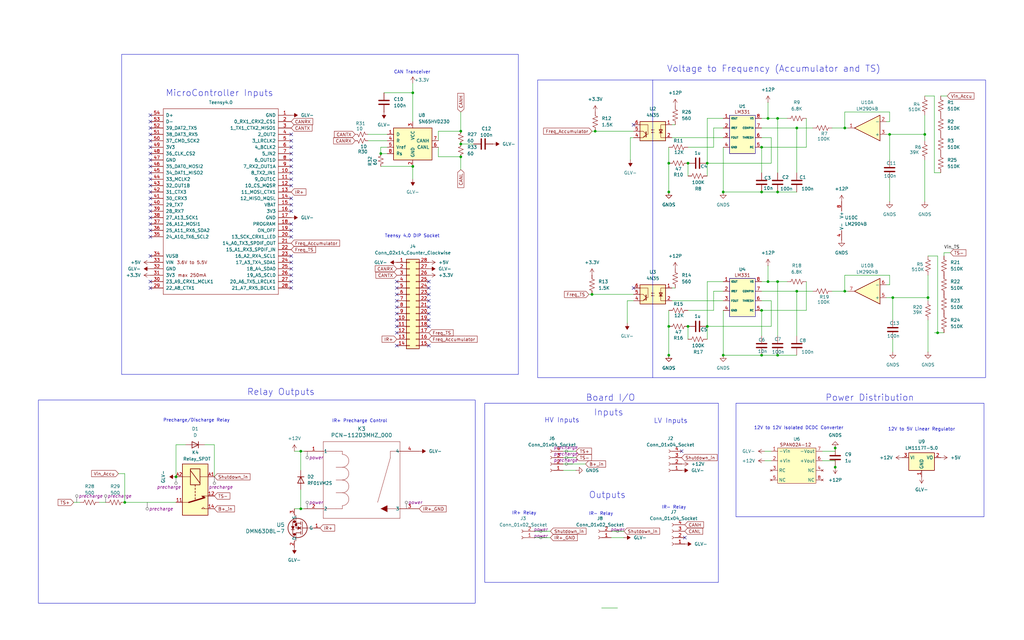
<source format=kicad_sch>
(kicad_sch (version 20250114) (generator "eeschema") (generator_version "9.0")
  (paper "User" 406.4 254)
  (title_block (title "Precharge Circuit") (date "2024-12-02") (rev "1.1"))
  (lib_symbols
    (symbol "2025-01-28_19-23-41:DMN63D8L-7" (pin_names (offset 0.254))
      (property "Reference" "U" (at 13.97 1.905 0))
      (property "Value" "DMN63D8L-7" (at 13.97 -2.54 0))
      (symbol "DMN63D8L-7_0_1"
        (pin unspecified line (at 0 0 0) (length 2.54) (name "G") (number "1"))
        (pin unspecified line (at 10.16 7.62 270) (length 2.54) (name "D") (number "2"))
        (pin unspecified line (at 10.16 -7.62 90) (length 2.54) (name "S") (number "3"))
      )
    )
    (symbol "Amplifier_Operational:LM2904" (pin_names (offset 0.127))
      (property "Reference" "U" (at 0 5.08 0))
      (property "Value" "LM2904" (at 0 -5.08 0))
      (symbol "LM2904_1_1"
        (pin input line (at -7.62 2.54 0) (length 2.54) (name "+") (number "3"))
        (pin input line (at -7.62 -2.54 0) (length 2.54) (name "-") (number "2"))
        (pin output line (at 7.62 0 180) (length 2.54) (name "~") (number "1"))
      )
      (symbol "LM2904_2_1"
        (pin input line (at -7.62 2.54 0) (length 2.54) (name "+") (number "5"))
        (pin input line (at -7.62 -2.54 0) (length 2.54) (name "-") (number "6"))
        (pin output line (at 7.62 0 180) (length 2.54) (name "~") (number "7"))
      )
      (symbol "LM2904_3_1"
        (pin power_in line (at -2.54 7.62 270) (length 3.81) (name "V+") (number "8"))
        (pin power_in line (at -2.54 -7.62 90) (length 3.81) (name "V-") (number "4"))
      )
    )
    (symbol "Connector:Conn_01x02_Socket" (pin_names (offset 1.016) (hide yes))
      (property "Reference" "J" (at 0 2.54 0))
      (property "Value" "Conn_01x02_Socket" (at 0 -5.08 0))
      (symbol "Conn_01x02_Socket_1_1"
        (pin passive line (at -5.08 0 0) (length 3.81) (name "Pin_1") (number "1"))
        (pin passive line (at -5.08 -2.54 0) (length 3.81) (name "Pin_2") (number "2"))
      )
    )
    (symbol "Connector:Conn_01x04_Socket" (pin_names (offset 1.016) (hide yes))
      (property "Reference" "J" (at 0 5.08 0))
      (property "Value" "Conn_01x04_Socket" (at 0 -7.62 0))
      (symbol "Conn_01x04_Socket_1_1"
        (pin passive line (at -5.08 2.54 0) (length 3.81) (name "Pin_1") (number "1"))
        (pin passive line (at -5.08 0 0) (length 3.81) (name "Pin_2") (number "2"))
        (pin passive line (at -5.08 -2.54 0) (length 3.81) (name "Pin_3") (number "3"))
        (pin passive line (at -5.08 -5.08 0) (length 3.81) (name "Pin_4") (number "4"))
      )
    )
    (symbol "Connector_Generic:Conn_02x14_Counter_Clockwise" (pin_names (offset 1.016) (hide yes))
      (property "Reference" "J" (at 1.27 17.78 0))
      (property "Value" "Conn_02x14_Counter_Clockwise" (at 1.27 -20.32 0))
      (symbol "Conn_02x14_Counter_Clockwise_1_1"
        (pin passive line (at -5.08 15.24 0) (length 3.81) (name "Pin_1") (number "1"))
        (pin passive line (at -5.08 12.7 0) (length 3.81) (name "Pin_2") (number "2"))
        (pin passive line (at -5.08 10.16 0) (length 3.81) (name "Pin_3") (number "3"))
        (pin passive line (at -5.08 7.62 0) (length 3.81) (name "Pin_4") (number "4"))
        (pin passive line (at -5.08 5.08 0) (length 3.81) (name "Pin_5") (number "5"))
        (pin passive line (at -5.08 2.54 0) (length 3.81) (name "Pin_6") (number "6"))
        (pin passive line (at -5.08 0 0) (length 3.81) (name "Pin_7") (number "7"))
        (pin passive line (at -5.08 -2.54 0) (length 3.81) (name "Pin_8") (number "8"))
        (pin passive line (at -5.08 -5.08 0) (length 3.81) (name "Pin_9") (number "9"))
        (pin passive line (at -5.08 -7.62 0) (length 3.81) (name "Pin_10") (number "10"))
        (pin passive line (at -5.08 -10.16 0) (length 3.81) (name "Pin_11") (number "11"))
        (pin passive line (at -5.08 -12.7 0) (length 3.81) (name "Pin_12") (number "12"))
        (pin passive line (at -5.08 -15.24 0) (length 3.81) (name "Pin_13") (number "13"))
        (pin passive line (at -5.08 -17.78 0) (length 3.81) (name "Pin_14") (number "14"))
        (pin passive line (at 7.62 15.24 180) (length 3.81) (name "Pin_28") (number "28"))
        (pin passive line (at 7.62 12.7 180) (length 3.81) (name "Pin_27") (number "27"))
        (pin passive line (at 7.62 10.16 180) (length 3.81) (name "Pin_26") (number "26"))
        (pin passive line (at 7.62 7.62 180) (length 3.81) (name "Pin_25") (number "25"))
        (pin passive line (at 7.62 5.08 180) (length 3.81) (name "Pin_24") (number "24"))
        (pin passive line (at 7.62 2.54 180) (length 3.81) (name "Pin_23") (number "23"))
        (pin passive line (at 7.62 0 180) (length 3.81) (name "Pin_22") (number "22"))
        (pin passive line (at 7.62 -2.54 180) (length 3.81) (name "Pin_21") (number "21"))
        (pin passive line (at 7.62 -5.08 180) (length 3.81) (name "Pin_20") (number "20"))
        (pin passive line (at 7.62 -7.62 180) (length 3.81) (name "Pin_19") (number "19"))
        (pin passive line (at 7.62 -10.16 180) (length 3.81) (name "Pin_18") (number "18"))
        (pin passive line (at 7.62 -12.7 180) (length 3.81) (name "Pin_17") (number "17"))
        (pin passive line (at 7.62 -15.24 180) (length 3.81) (name "Pin_16") (number "16"))
        (pin passive line (at 7.62 -17.78 180) (length 3.81) (name "Pin_15") (number "15"))
      )
    )
    (symbol "Device:C" (pin_numbers (hide yes)) (pin_names (offset 0.254))
      (property "Reference" "C" (at 0.635 2.54 0))
      (property "Value" "C" (at 0.635 -2.54 0))
      (symbol "C_1_1"
        (pin passive line (at 0 3.81 270) (length 2.794) (name "~") (number "1"))
        (pin passive line (at 0 -3.81 90) (length 2.794) (name "~") (number "2"))
      )
    )
    (symbol "Device:D" (pin_numbers (hide yes)) (pin_names (offset 1.016) (hide yes))
      (property "Reference" "D" (at 0 2.54 0))
      (property "Value" "D" (at 0 -2.54 0))
      (symbol "D_1_1"
        (pin passive line (at -3.81 0 0) (length 2.54) (name "K") (number "1"))
        (pin passive line (at 3.81 0 180) (length 2.54) (name "A") (number "2"))
      )
    )
    (symbol "Device:R_Small_US" (pin_numbers (hide yes)) (pin_names (offset 0.254) (hide yes))
      (property "Reference" "R" (at 0.762 0.508 0))
      (property "Value" "R_Small_US" (at 0.762 -1.016 0))
      (symbol "R_Small_US_1_1"
        (pin passive line (at 0 2.54 270) (length 1.016) (name "~") (number "1"))
        (pin passive line (at 0 -2.54 90) (length 1.016) (name "~") (number "2"))
      )
    )
    (symbol "Device:R_US" (pin_numbers (hide yes)) (pin_names (offset 0))
      (property "Reference" "R" (at 2.54 0 90))
      (property "Value" "R_US" (at -2.54 0 90))
      (symbol "R_US_1_1"
        (pin passive line (at 0 3.81 270) (length 1.27) (name "~") (number "1"))
        (pin passive line (at 0 -3.81 90) (length 1.27) (name "~") (number "2"))
      )
    )
    (symbol "Diode:RF01VM2S" (pin_numbers (hide yes)) (pin_names (hide yes))
      (property "Reference" "D" (at 0 2.54 0))
      (property "Value" "RF01VM2S" (at 0 -2.54 0))
      (symbol "RF01VM2S_1_1"
        (pin passive line (at -3.81 0 0) (length 2.54) (name "K") (number "1"))
        (pin passive line (at 3.81 0 180) (length 2.54) (name "A") (number "2"))
      )
    )
    (symbol "Interface_CAN_LIN:SN65HVD230" (pin_names (offset 1.016))
      (property "Reference" "U" (at -2.54 10.16 0))
      (property "Value" "SN65HVD230" (at -2.54 7.62 0))
      (symbol "SN65HVD230_1_1"
        (pin input line (at -10.16 2.54 0) (length 2.54) (name "D") (number "1"))
        (pin output line (at -10.16 0 0) (length 2.54) (name "R") (number "4"))
        (pin output line (at -10.16 -2.54 0) (length 2.54) (name "Vref") (number "5"))
        (pin input line (at -10.16 -5.08 0) (length 2.54) (name "Rs") (number "8"))
        (pin power_in line (at 0 7.62 270) (length 2.54) (name "VCC") (number "3"))
        (pin power_in line (at 0 -10.16 90) (length 2.54) (name "GND") (number "2"))
        (pin bidirectional line (at 10.16 0 180) (length 2.54) (name "CANH") (number "7"))
        (pin bidirectional line (at 10.16 -2.54 180) (length 2.54) (name "CANL") (number "6"))
      )
    )
    (symbol "Isolator:4N35" (pin_names (offset 1.016))
      (property "Reference" "U" (at -5.08 5.08 0))
      (property "Value" "4N35" (at 0 5.08 0))
      (symbol "4N35_1_1"
        (pin passive line (at -7.62 2.54 0) (length 2.54) (name "~") (number "1"))
        (pin passive line (at -7.62 -2.54 0) (length 2.54) (name "~") (number "2"))
        (pin no_connect line (at -5.08 0 0) (length 2.54) (hide yes) (name "NC") (number "3"))
        (pin passive line (at 7.62 2.54 180) (length 2.54) (name "~") (number "6"))
        (pin passive line (at 7.62 0 180) (length 2.54) (name "~") (number "5"))
        (pin passive line (at 7.62 -2.54 180) (length 2.54) (name "~") (number "4"))
      )
    )
    (symbol "LM331_1"
      (property "Reference" "U" (at -0.762 10.922 0))
      (symbol "LM331_1_1_1"
        (text "LM331\n" (at 0 8.89 0) (effects (font (size 1.27 1.27))))
        (pin input line (at -7.62 6.35 0) (length 2.54) (name "IOUT") (number "1"))
        (pin input line (at -7.62 2.54 0) (length 2.54) (name "IREF") (number "2"))
        (pin input line (at -7.62 -1.27 0) (length 2.54) (name "FOUT") (number "3"))
        (pin input line (at -7.62 -5.08 0) (length 2.54) (name "GND") (number "4"))
        (pin input line (at 7.62 6.35 180) (length 2.54) (name "VS") (number "8"))
        (pin input line (at 7.62 2.54 180) (length 2.54) (name "COMPIN") (number "7"))
        (pin input line (at 7.62 -1.27 180) (length 2.54) (name "THRESH") (number "6"))
        (pin input line (at 7.62 -5.08 180) (length 2.54) (name "RC") (number "5"))
      )
    )
    (symbol "PCN_112D3HMZ:PCN-112D3MHZ_000" (pin_names (offset 0.254))
      (property "Reference" "K" (at 22.86 10.16 0))
      (property "Value" "PCN-112D3MHZ_000" (at 22.86 5.08 0))
      (symbol "PCN-112D3MHZ_000_0_1"
        (pin unspecified line (at 0 0 0) (length 7.62) (name "1") (number "1"))
        (pin unspecified line (at 0 -22.86 0) (length 7.62) (name "2") (number "2"))
        (pin unspecified line (at 45.72 0 180) (length 7.62) (name "4") (number "4"))
        (pin unspecified line (at 45.72 -22.86 180) (length 7.62) (name "3") (number "3"))
      )
    )
    (symbol "Regulator_Linear:LM1117T-5.0"
      (property "Reference" "U" (at -3.81 3.175 0))
      (property "Value" "LM1117T-5.0" (at 0 3.175 0))
      (symbol "LM1117T-5.0_1_1"
        (pin power_in line (at -7.62 0 0) (length 2.54) (name "VI") (number "3"))
        (pin power_in line (at 0 -7.62 90) (length 2.54) (name "GND") (number "1"))
        (pin power_out line (at 7.62 0 180) (length 2.54) (name "VO") (number "2"))
      )
    )
    (symbol "Relay:Relay_SPDT"
      (property "Reference" "K" (at 11.43 3.81 0))
      (property "Value" "Relay_SPDT" (at 11.43 1.27 0))
      (symbol "Relay_SPDT_1_1"
        (pin passive line (at -5.08 7.62 270) (length 2.54) (name "~") (number "A1"))
        (pin passive line (at -5.08 -7.62 90) (length 2.54) (name "~") (number "A2"))
        (pin passive line (at 2.54 7.62 270) (length 2.54) (name "~") (number "12"))
        (pin passive line (at 5.08 -7.62 90) (length 2.54) (name "~") (number "11"))
        (pin passive line (at 7.62 7.62 270) (length 2.54) (name "~") (number "14"))
      )
    )
    (symbol "fsae:SPAN02A-12 (Isolated LV DCDC)"
      (property "Reference" "U6" (at 0 -0.254 0))
      (property "Value" "~" (at 0 0 0))
      (symbol "SPAN02A-12 (Isolated LV DCDC)_1_1"
        (text "SPAN02A-12\n\n\n" (at -0.508 -4.572 0) (effects (font (size 1.27 1.27))))
        (pin input line (at -10.16 -5.08 0) (length 2.54) (name "-Vin") (number "1"))
        (pin input line (at -10.16 -8.89 0) (length 2.54) (name "+Vin") (number "2"))
        (pin no_connect line (at -10.16 -12.7 0) (length 2.54) (name "RC") (number "3"))
        (pin no_connect line (at -10.16 -16.51 0) (length 2.54) (name "NC") (number "5"))
        (pin output line (at 10.16 -5.08 180) (length 2.54) (name "-Vout") (number "7"))
        (pin output line (at 10.16 -8.89 180) (length 2.54) (name "+Vout") (number "6"))
        (pin no_connect line (at 10.16 -12.7 180) (length 2.54) (name "NC") (number "4"))
        (pin no_connect line (at 10.16 -16.51 180) (length 2.54) (name "NC") (number "8"))
      )
    )
    (symbol "power:+12V" (power) (pin_numbers (hide yes)) (pin_names (offset 0) (hide yes))
      (property "Value" "+12V" (at 0 3.556 0))
      (symbol "+12V_1_1"
        (pin power_in line (at 0 0 90) (length 0) (name "~") (number "1"))
      )
    )
    (symbol "power:+3.3V" (power) (pin_numbers (hide yes)) (pin_names (offset 0) (hide yes))
      (property "Value" "+3.3V" (at 0 3.556 0))
      (symbol "+3.3V_1_1"
        (pin power_in line (at 0 0 90) (length 0) (name "~") (number "1"))
      )
    )
    (symbol "power:+5V" (power) (pin_numbers (hide yes)) (pin_names (offset 0) (hide yes))
      (property "Value" "+5V" (at 0 3.556 0))
      (symbol "+5V_1_1"
        (pin power_in line (at 0 0 90) (length 0) (name "~") (number "1"))
      )
    )
    (symbol "power:-3V3" (power) (pin_numbers (hide yes)) (pin_names (offset 0) (hide yes))
      (property "Value" "-3V3" (at 0 3.556 0))
      (symbol "-3V3_0_0"
        (pin power_in line (at 0 0 90) (length 0) (name "~") (number "1"))
      )
    )
    (symbol "power:GNDS" (power) (pin_numbers (hide yes)) (pin_names (offset 0) (hide yes))
      (property "Value" "GNDS" (at 0 -3.81 0))
      (symbol "GNDS_1_1"
        (pin power_in line (at 0 0 270) (length 0) (name "~") (number "1"))
      )
    )
    (symbol "teensy:Teensy4.0" (pin_names (offset 1.016))
      (property "Reference" "U" (at 0 39.37 0))
      (property "Value" "Teensy4.0" (at 0 -39.37 0))
      (symbol "Teensy4.0_0_0"
        (text "3.6V to 5.5V" (at 11.43 -24.13 0) (effects (font (size 1.27 1.27))))
        (text "max 250mA" (at 11.43 -29.21 0) (effects (font (size 1.27 1.27))))
        (pin bidirectional line (at -27.94 24.13 0) (length 5.08) (name "3_LRCLK2") (number "5"))
        (pin bidirectional line (at -27.94 21.59 0) (length 5.08) (name "4_BCLK2") (number "6"))
        (pin bidirectional line (at -27.94 19.05 0) (length 5.08) (name "5_IN2") (number "7"))
        (pin bidirectional line (at -27.94 16.51 0) (length 5.08) (name "6_OUT1D") (number "8"))
        (pin bidirectional line (at -27.94 13.97 0) (length 5.08) (name "7_RX2_OUT1A") (number "9"))
        (pin bidirectional line (at -27.94 11.43 0) (length 5.08) (name "8_TX2_IN1") (number "10"))
        (pin bidirectional line (at -27.94 8.89 0) (length 5.08) (name "9_OUT1C") (number "11"))
        (pin bidirectional line (at -27.94 6.35 0) (length 5.08) (name "10_CS_MQSR") (number "12"))
        (pin bidirectional line (at -27.94 3.81 0) (length 5.08) (name "11_MOSI_CTX1") (number "13"))
        (pin bidirectional line (at -27.94 1.27 0) (length 5.08) (name "12_MISO_MQSL") (number "14"))
        (pin power_in line (at -27.94 -1.27 0) (length 5.08) (name "VBAT") (number "15"))
        (pin power_in line (at -27.94 -3.81 0) (length 5.08) (name "3V3") (number "16"))
        (pin power_in line (at -27.94 -6.35 0) (length 5.08) (name "GND") (number "17"))
        (pin input line (at -27.94 -8.89 0) (length 5.08) (name "PROGRAM") (number "18"))
        (pin input line (at -27.94 -11.43 0) (length 5.08) (name "ON_OFF") (number "19"))
        (pin bidirectional line (at -27.94 -13.97 0) (length 5.08) (name "13_SCK_CRX1_LED") (number "20"))
        (pin bidirectional line (at -27.94 -16.51 0) (length 5.08) (name "14_A0_TX3_SPDIF_OUT") (number "21"))
        (pin bidirectional line (at -27.94 -19.05 0) (length 5.08) (name "15_A1_RX3_SPDIF_IN") (number "22"))
        (pin bidirectional line (at -27.94 -21.59 0) (length 5.08) (name "16_A2_RX4_SCL1") (number "23"))
        (pin bidirectional line (at -27.94 -24.13 0) (length 5.08) (name "17_A3_TX4_SDA1") (number "24"))
        (pin bidirectional line (at -27.94 -26.67 0) (length 5.08) (name "18_A4_SDA0") (number "25"))
        (pin bidirectional line (at -27.94 -29.21 0) (length 5.08) (name "19_A5_SCL0") (number "26"))
        (pin bidirectional line (at -27.94 -31.75 0) (length 5.08) (name "20_A6_TX5_LRCLK1") (number "27"))
        (pin bidirectional line (at -27.94 -34.29 0) (length 5.08) (name "21_A7_RX5_BCLK1") (number "28"))
        (pin bidirectional line (at 27.94 34.29 180) (length 5.08) (name "D+") (number "54"))
        (pin bidirectional line (at 27.94 31.75 180) (length 5.08) (name "D-") (number "53"))
        (pin bidirectional line (at 27.94 29.21 180) (length 5.08) (name "39_DAT2_TX5") (number "52"))
        (pin bidirectional line (at 27.94 26.67 180) (length 5.08) (name "38_DAT3_RX5") (number "51"))
        (pin bidirectional line (at 27.94 24.13 180) (length 5.08) (name "37_CMD_SCK2") (number "50"))
        (pin power_out line (at 27.94 21.59 180) (length 5.08) (name "3V3") (number "49"))
        (pin bidirectional line (at 27.94 19.05 180) (length 5.08) (name "36_CLK_CS2") (number "48"))
        (pin power_out line (at 27.94 16.51 180) (length 5.08) (name "GND") (number "47"))
        (pin bidirectional line (at 27.94 13.97 180) (length 5.08) (name "35_DAT0_MOSI2") (number "46"))
        (pin bidirectional line (at 27.94 11.43 180) (length 5.08) (name "34_DAT1_MISO2") (number "45"))
        (pin bidirectional line (at 27.94 8.89 180) (length 5.08) (name "33_MCLK2") (number "44"))
        (pin bidirectional line (at 27.94 6.35 180) (length 5.08) (name "32_OUT1B") (number "43"))
        (pin bidirectional line (at 27.94 3.81 180) (length 5.08) (name "31_CTX3") (number "42"))
        (pin bidirectional line (at 27.94 1.27 180) (length 5.08) (name "30_CRX3") (number "41"))
        (pin bidirectional line (at 27.94 -1.27 180) (length 5.08) (name "29_TX7") (number "40"))
        (pin bidirectional line (at 27.94 -3.81 180) (length 5.08) (name "28_RX7") (number "39"))
        (pin bidirectional line (at 27.94 -6.35 180) (length 5.08) (name "27_A13_SCK1") (number "38"))
        (pin bidirectional line (at 27.94 -8.89 180) (length 5.08) (name "26_A12_MOSI1") (number "37"))
        (pin bidirectional line (at 27.94 -11.43 180) (length 5.08) (name "25_A11_RX6_SDA2") (number "36"))
        (pin bidirectional line (at 27.94 -13.97 180) (length 5.08) (name "24_A10_TX6_SCL2") (number "35"))
        (pin power_out line (at 27.94 -21.59 180) (length 5.08) (name "VUSB") (number "34"))
        (pin power_in line (at 27.94 -24.13 180) (length 5.08) (name "VIN") (number "33"))
        (pin power_in line (at 27.94 -26.67 180) (length 5.08) (name "GND") (number "32"))
        (pin power_out line (at 27.94 -29.21 180) (length 5.08) (name "3V3") (number "31"))
        (pin bidirectional line (at 27.94 -31.75 180) (length 5.08) (name "23_A9_CRX1_MCLK1") (number "30"))
        (pin bidirectional line (at 27.94 -34.29 180) (length 5.08) (name "22_A8_CTX1") (number "29"))
      )
      (symbol "Teensy4.0_1_1"
        (pin power_in line (at -27.94 34.29 0) (length 5.08) (name "GND") (number "1"))
        (pin bidirectional line (at -27.94 31.75 0) (length 5.08) (name "0_RX1_CRX2_CS1") (number "2"))
        (pin bidirectional line (at -27.94 29.21 0) (length 5.08) (name "1_TX1_CTX2_MISO1") (number "3"))
        (pin bidirectional line (at -27.94 26.67 0) (length 5.08) (name "2_OUT2") (number "4"))
      )
    )
  )
  (rectangle (start 292.1 160.02) (end 390.525 205.105))
  (rectangle (start 192.405 160.02) (end 285.115 231.14))
  (rectangle (start 15.24 158.75) (end 188.595 239.395))
  (rectangle (start 289.56 110.49) (end 299.72 125.73) (fill (type color) (color 255 255 194 1)))
  (rectangle (start 289.56 45.72) (end 299.72 60.96) (fill (type color) (color 255 255 194 1)))
  (rectangle (start 213.36 31.75) (end 391.16 149.86))
  (rectangle (start 48.26 21.59) (end 205.74 148.59))
  (text "Board I/O" (at 242.316 157.988 0) (effects (font (size 2.54 2.54))))
  (text "HV Inputs" (at 223.012 166.878 0) (effects (font (size 1.905 1.905))))
  (text "Inputs" (at 241.554 163.83 0) (effects (font (size 2.54 2.54))))
  (text "IR+ Relay" (at 208.026 203.708 0) (effects (font (size 1.27 1.27))))
  (text "LV Inputs" (at 266.192 167.132 0) (effects (font (size 1.905 1.905))))
  (text "Teensy 4.0 DIP Socket" (at 163.576 93.726 0) (effects (font (size 1.27 1.27))))
  (text "Voltage to Frequency (Accumulator and TS)" (at 307.086 27.432 0) (effects (font (size 2.54 2.54))))
  (text "MicroController Inputs\n" (at 87.122 37.084 0) (effects (font (size 2.54 2.54))))
  (text "IR- Relay" (at 267.462 201.422 0) (effects (font (size 1.27 1.27))))
  (text "Relay Outputs" (at 111.506 155.702 0) (effects (font (size 2.54 2.54))))
  (text "CAN Tranceiver" (at 163.576 28.702 0) (effects (font (size 1.27 1.27))))
  (text "Precharge/Discharge Relay" (at 77.978 166.878 0) (effects (font (size 1.27 1.27))))
  (text "IR- Relay" (at 238.506 203.962 0) (effects (font (size 1.27 1.27))))
  (text "IR+ Precharge Control" (at 142.748 167.132 0) (effects (font (size 1.27 1.27))))
  (text "Outputs" (at 241.046 196.596 0) (effects (font (size 2.54 2.54))))
  (text "Power Distribution" (at 345.186 157.988 0) (effects (font (size 2.54 2.54))))
  (text "12V to 5V Linear Regulator\n" (at 365.76 170.434 0) (effects (font (size 1.27 1.27))))
  (text "12V to 12V Isolated DCDC Converter\n" (at 316.992 169.926 0) (effects (font (size 1.27 1.27))))
  (junction (at 234.95 116.84))
  (junction (at 372.11 132.08))
  (junction (at 316.23 50.8))
  (junction (at 302.26 58.42))
  (junction (at 119.38 201.93))
  (junction (at 287.02 76.2))
  (junction (at 308.61 76.2))
  (junction (at 163.83 36.83))
  (junction (at 287.02 140.97))
  (junction (at 280.67 129.54))
  (junction (at 331.47 185.42))
  (junction (at 367.03 53.34))
  (junction (at 354.33 118.11))
  (junction (at 49.53 199.39))
  (junction (at 236.22 52.07))
  (junction (at 151.13 60.96))
  (junction (at 302.26 140.97))
  (junction (at 273.05 64.77))
  (junction (at 182.88 62.23))
  (junction (at 302.26 123.19))
  (junction (at 304.8 46.99))
  (junction (at 308.61 140.97))
  (junction (at 331.47 177.8))
  (junction (at 265.43 64.77))
  (junction (at 163.83 66.04))
  (junction (at 182.88 57.15))
  (junction (at 304.8 111.76))
  (junction (at 265.43 140.97))
  (junction (at 368.3 118.11))
  (junction (at 335.28 115.57))
  (junction (at 280.67 64.77))
  (junction (at 265.43 129.54))
  (junction (at 182.88 52.07))
  (junction (at 302.26 76.2))
  (junction (at 273.05 129.54))
  (junction (at 308.61 46.99))
  (junction (at 265.43 76.2))
  (junction (at 335.28 50.8))
  (junction (at 69.85 189.23))
  (junction (at 316.23 115.57))
  (junction (at 119.38 179.07))
  (junction (at 308.61 111.76))
  (junction (at 353.06 53.34))
  (no_connect (at 170.18 121.92))
  (no_connect (at 157.48 114.3))
  (no_connect (at 115.57 114.3))
  (no_connect (at 170.18 137.16))
  (no_connect (at 59.69 63.5))
  (no_connect (at 59.69 50.8))
  (no_connect (at 115.57 68.58))
  (no_connect (at 115.57 91.44))
  (no_connect (at 59.69 48.26))
  (no_connect (at 115.57 58.42))
  (no_connect (at 270.51 179.07))
  (no_connect (at 59.69 73.66))
  (no_connect (at 157.48 129.54))
  (no_connect (at 59.69 83.82))
  (no_connect (at 59.69 68.58))
  (no_connect (at 115.57 93.98))
  (no_connect (at 157.48 119.38))
  (no_connect (at 115.57 73.66))
  (no_connect (at 251.46 49.53))
  (no_connect (at 59.69 111.76))
  (no_connect (at 115.57 101.6))
  (no_connect (at 59.69 76.2))
  (no_connect (at 157.48 137.16))
  (no_connect (at 170.18 111.76))
  (no_connect (at 59.69 88.9))
  (no_connect (at 115.57 104.14))
  (no_connect (at 59.69 58.42))
  (no_connect (at 59.69 81.28))
  (no_connect (at 59.69 60.96))
  (no_connect (at 251.46 114.3))
  (no_connect (at 115.57 53.34))
  (no_connect (at 59.69 101.6))
  (no_connect (at 157.48 111.76))
  (no_connect (at 59.69 45.72))
  (no_connect (at 170.18 129.54))
  (no_connect (at 115.57 88.9))
  (no_connect (at 271.78 213.36))
  (no_connect (at 59.69 91.44))
  (no_connect (at 115.57 71.12))
  (no_connect (at 59.69 86.36))
  (no_connect (at 157.48 124.46))
  (no_connect (at 59.69 55.88))
  (no_connect (at 115.57 63.5))
  (no_connect (at 170.18 127))
  (no_connect (at 115.57 111.76))
  (no_connect (at 115.57 78.74))
  (no_connect (at 115.57 66.04))
  (no_connect (at 115.57 81.28))
  (no_connect (at 157.48 121.92))
  (no_connect (at 115.57 109.22))
  (no_connect (at 115.57 60.96))
  (no_connect (at 170.18 114.3))
  (no_connect (at 59.69 66.04))
  (no_connect (at 59.69 114.3))
  (no_connect (at 157.48 132.08))
  (no_connect (at 115.57 83.82))
  (no_connect (at 157.48 127))
  (no_connect (at 157.48 116.84))
  (no_connect (at 170.18 119.38))
  (no_connect (at 115.57 55.88))
  (no_connect (at 115.57 106.68))
  (no_connect (at 59.69 71.12))
  (no_connect (at 170.18 116.84))
  (no_connect (at 59.69 78.74))
  (no_connect (at 59.69 53.34))
  (no_connect (at 59.69 93.98))
  (no_connect (at 170.18 124.46))
  (wire (pts (xy 367.03 45.72) (xy 367.03 53.34)))
  (wire (pts (xy 302.26 50.8) (xy 316.23 50.8)))
  (wire (pts (xy 266.7 49.53) (xy 267.97 49.53)))
  (wire (pts (xy 302.26 119.38) (xy 306.07 119.38)))
  (wire (pts (xy 265.43 129.54) (xy 265.43 140.97)))
  (wire (pts (xy 287.02 140.97) (xy 302.26 140.97)))
  (wire (pts (xy 368.3 109.22) (xy 368.3 118.11)))
  (wire (pts (xy 280.67 64.77) (xy 280.67 69.85)))
  (wire (pts (xy 173.99 62.23) (xy 182.88 62.23)))
  (wire (pts (xy 308.61 111.76) (xy 308.61 133.35)))
  (wire (pts (xy 354.33 118.11) (xy 368.3 118.11)))
  (wire (pts (xy 303.53 179.07) (xy 306.07 179.07)))
  (wire (pts (xy 49.53 187.96) (xy 49.53 199.39)))
  (wire (pts (xy 46.99 187.96) (xy 49.53 187.96)))
  (wire (pts (xy 351.79 53.34) (xy 353.06 53.34)))
  (wire (pts (xy 330.2 50.8) (xy 335.28 50.8)))
  (wire (pts (xy 152.4 36.83) (xy 163.83 36.83)))
  (wire (pts (xy 335.28 115.57) (xy 336.55 115.57)))
  (wire (pts (xy 233.68 116.84) (xy 234.95 116.84)))
  (wire (pts (xy 242.57 210.82) (xy 247.65 210.82)))
  (wire (pts (xy 302.26 58.42) (xy 320.04 58.42)))
  (wire (pts (xy 306.07 129.54) (xy 280.67 129.54)))
  (wire (pts (xy 368.3 127) (xy 368.3 139.7)))
  (wire (pts (xy 370.84 132.08) (xy 372.11 132.08)))
  (wire (pts (xy 280.67 129.54) (xy 280.67 134.62)))
  (wire (pts (xy 146.05 55.88) (xy 153.67 55.88)))
  (wire (pts (xy 250.19 54.61) (xy 250.19 63.5)))
  (wire (pts (xy 248.92 119.38) (xy 251.46 119.38)))
  (wire (pts (xy 85.09 176.53) (xy 85.09 189.23)))
  (wire (pts (xy 173.99 58.42) (xy 173.99 62.23)))
  (wire (pts (xy 234.95 116.84) (xy 251.46 116.84)))
  (wire (pts (xy 242.57 213.36) (xy 247.65 213.36)))
  (wire (pts (xy 182.88 62.23) (xy 182.88 67.31)))
  (wire (pts (xy 306.07 64.77) (xy 280.67 64.77)))
  (wire (pts (xy 116.84 201.93) (xy 119.38 201.93)))
  (wire (pts (xy 163.83 36.83) (xy 163.83 48.26)))
  (wire (pts (xy 302.26 123.19) (xy 320.04 123.19)))
  (wire (pts (xy 306.07 119.38) (xy 306.07 129.54)))
  (wire (pts (xy 182.88 57.15) (xy 187.96 57.15)))
  (wire (pts (xy 326.39 182.88) (xy 331.47 182.88)))
  (wire (pts (xy 151.13 60.96) (xy 153.67 60.96)))
  (wire (pts (xy 312.42 111.76) (xy 308.61 111.76)))
  (wire (pts (xy 223.52 179.07) (xy 228.6 179.07)))
  (wire (pts (xy 266.7 54.61) (xy 287.02 54.61)))
  (wire (pts (xy 265.43 58.42) (xy 265.43 64.77)))
  (wire (pts (xy 312.42 46.99) (xy 308.61 46.99)))
  (wire (pts (xy 302.26 76.2) (xy 308.61 76.2)))
  (wire (pts (xy 302.26 58.42) (xy 302.26 68.58)))
  (wire (pts (xy 354.33 118.11) (xy 354.33 127)))
  (wire (pts (xy 173.99 55.88) (xy 173.99 52.07)))
  (wire (pts (xy 353.06 53.34) (xy 367.03 53.34)))
  (wire (pts (xy 302.26 123.19) (xy 302.26 133.35)))
  (wire (pts (xy 212.09 210.82) (xy 218.44 210.82)))
  (wire (pts (xy 367.03 53.34) (xy 367.03 55.88)))
  (wire (pts (xy 69.85 176.53) (xy 73.66 176.53)))
  (wire (pts (xy 372.11 132.08) (xy 374.65 132.08)))
  (wire (pts (xy 373.38 38.1) (xy 375.92 38.1)))
  (wire (pts (xy 119.38 201.93) (xy 120.65 201.93)))
  (wire (pts (xy 248.92 119.38) (xy 248.92 128.27)))
  (wire (pts (xy 153.67 58.42) (xy 151.13 58.42)))
  (wire (pts (xy 283.21 58.42) (xy 273.05 58.42)))
  (wire (pts (xy 351.79 113.03) (xy 353.06 113.03)))
  (wire (pts (xy 273.05 64.77) (xy 273.05 69.85)))
  (wire (pts (xy 316.23 50.8) (xy 322.58 50.8)))
  (wire (pts (xy 119.38 179.07) (xy 119.38 186.69)))
  (wire (pts (xy 283.21 115.57) (xy 287.02 115.57)))
  (wire (pts (xy 280.67 46.99) (xy 287.02 46.99)))
  (wire (pts (xy 370.84 38.1) (xy 367.03 38.1)))
  (wire (pts (xy 81.28 176.53) (xy 85.09 176.53)))
  (wire (pts (xy 368.3 101.6) (xy 372.11 101.6)))
  (wire (pts (xy 151.13 58.42) (xy 151.13 60.96)))
  (wire (pts (xy 304.8 105.41) (xy 304.8 111.76)))
  (wire (pts (xy 223.52 186.69) (xy 228.6 186.69)))
  (polyline (pts (xy 259.08 31.75) (xy 259.08 149.86)))
  (wire (pts (xy 331.47 179.07) (xy 331.47 177.8)))
  (wire (pts (xy 266.7 114.3) (xy 267.97 114.3)))
  (wire (pts (xy 151.13 66.04) (xy 163.83 66.04)))
  (wire (pts (xy 234.95 52.07) (xy 236.22 52.07)))
  (wire (pts (xy 287.02 76.2) (xy 302.26 76.2)))
  (wire (pts (xy 287.02 76.2) (xy 287.02 58.42)))
  (wire (pts (xy 287.02 140.97) (xy 287.02 123.19)))
  (wire (pts (xy 335.28 44.45) (xy 335.28 50.8)))
  (wire (pts (xy 316.23 115.57) (xy 316.23 133.35)))
  (wire (pts (xy 335.28 44.45) (xy 353.06 44.45)))
  (wire (pts (xy 302.26 54.61) (xy 306.07 54.61)))
  (wire (pts (xy 367.03 63.5) (xy 367.03 80.01)))
  (wire (pts (xy 236.22 52.07) (xy 251.46 52.07)))
  (wire (pts (xy 304.8 111.76) (xy 308.61 111.76)))
  (wire (pts (xy 223.52 181.61) (xy 228.6 181.61)))
  (wire (pts (xy 353.06 53.34) (xy 353.06 63.5)))
  (wire (pts (xy 326.39 179.07) (xy 331.47 179.07)))
  (wire (pts (xy 212.09 213.36) (xy 218.44 213.36)))
  (wire (pts (xy 374.65 101.6) (xy 374.65 100.33)))
  (wire (pts (xy 302.26 46.99) (xy 304.8 46.99)))
  (wire (pts (xy 173.99 52.07) (xy 182.88 52.07)))
  (wire (pts (xy 308.61 46.99) (xy 308.61 68.58)))
  (wire (pts (xy 280.67 46.99) (xy 280.67 64.77)))
  (wire (pts (xy 331.47 182.88) (xy 331.47 185.42)))
  (wire (pts (xy 302.26 115.57) (xy 316.23 115.57)))
  (wire (pts (xy 308.61 140.97) (xy 316.23 140.97)))
  (wire (pts (xy 353.06 71.12) (xy 353.06 80.01)))
  (wire (pts (xy 283.21 58.42) (xy 283.21 50.8)))
  (wire (pts (xy 273.05 129.54) (xy 273.05 134.62)))
  (wire (pts (xy 351.79 118.11) (xy 354.33 118.11)))
  (wire (pts (xy 353.06 109.22) (xy 335.28 109.22)))
  (wire (pts (xy 250.19 54.61) (xy 251.46 54.61)))
  (wire (pts (xy 320.04 58.42) (xy 320.04 46.99)))
  (wire (pts (xy 69.85 189.23) (xy 69.85 176.53)))
  (wire (pts (xy 370.84 68.58) (xy 373.38 68.58)))
  (wire (pts (xy 302.26 140.97) (xy 308.61 140.97)))
  (wire (pts (xy 116.84 179.07) (xy 119.38 179.07)))
  (wire (pts (xy 280.67 111.76) (xy 287.02 111.76)))
  (wire (pts (xy 265.43 64.77) (xy 265.43 76.2)))
  (wire (pts (xy 316.23 50.8) (xy 316.23 68.58)))
  (wire (pts (xy 370.84 38.1) (xy 370.84 68.58)))
  (wire (pts (xy 304.8 46.99) (xy 308.61 46.99)))
  (wire (pts (xy 283.21 123.19) (xy 273.05 123.19)))
  (wire (pts (xy 368.3 118.11) (xy 368.3 119.38)))
  (wire (pts (xy 353.06 113.03) (xy 353.06 109.22)))
  (wire (pts (xy 223.52 184.15) (xy 232.41 184.15)))
  (wire (pts (xy 119.38 179.07) (xy 120.65 179.07)))
  (wire (pts (xy 146.05 53.34) (xy 153.67 53.34)))
  (wire (pts (xy 316.23 115.57) (xy 322.58 115.57)))
  (wire (pts (xy 372.11 101.6) (xy 372.11 132.08)))
  (wire (pts (xy 354.33 134.62) (xy 354.33 139.7)))
  (wire (pts (xy 302.26 111.76) (xy 304.8 111.76)))
  (wire (pts (xy 182.88 44.45) (xy 182.88 52.07)))
  (wire (pts (xy 238.76 241.3) (xy 245.11 241.3)))
  (wire (pts (xy 29.21 199.39) (xy 31.75 199.39)))
  (wire (pts (xy 308.61 76.2) (xy 316.23 76.2)))
  (wire (pts (xy 374.65 100.33) (xy 377.19 100.33)))
  (wire (pts (xy 119.38 194.31) (xy 119.38 201.93)))
  (wire (pts (xy 39.37 199.39) (xy 41.91 199.39)))
  (wire (pts (xy 320.04 123.19) (xy 320.04 111.76)))
  (wire (pts (xy 335.28 109.22) (xy 335.28 115.57)))
  (wire (pts (xy 335.28 50.8) (xy 336.55 50.8)))
  (wire (pts (xy 306.07 54.61) (xy 306.07 64.77)))
  (wire (pts (xy 280.67 111.76) (xy 280.67 129.54)))
  (wire (pts (xy 304.8 40.64) (xy 304.8 46.99)))
  (wire (pts (xy 283.21 50.8) (xy 287.02 50.8)))
  (wire (pts (xy 163.83 33.02) (xy 163.83 36.83)))
  (wire (pts (xy 49.53 199.39) (xy 69.85 199.39)))
  (wire (pts (xy 351.79 48.26) (xy 353.06 48.26)))
  (wire (pts (xy 283.21 123.19) (xy 283.21 115.57)))
  (wire (pts (xy 303.53 182.88) (xy 306.07 182.88)))
  (wire (pts (xy 266.7 119.38) (xy 287.02 119.38)))
  (wire (pts (xy 330.2 115.57) (xy 335.28 115.57)))
  (wire (pts (xy 265.43 123.19) (xy 265.43 129.54)))
  (wire (pts (xy 163.83 66.04) (xy 163.83 71.12)))
  (wire (pts (xy 353.06 48.26) (xy 353.06 44.45)))
  (label "Vin_TS" (at 374.65 99.06 0))
  (global_label "Freq_TS" (shape input) (at 233.68 116.84 180) (property "Intersheetrefs" "${INTERSHEET_REFS}" (effects (hide yes))))
  (global_label "IR+_GND" (shape input) (at 218.44 213.36 0) (property "Intersheetrefs" "${INTERSHEET_REFS}" (effects (hide yes))))
  (global_label "CANH" (shape input) (at 271.78 208.28 0) (property "Intersheetrefs" "${INTERSHEET_REFS}" (effects (hide yes))))
  (global_label "CANTX" (shape input) (at 140.97 53.34 180) (property "Intersheetrefs" "${INTERSHEET_REFS}" (effects (hide yes))))
  (global_label "B+_in" (shape input) (at 232.41 184.15 0) (property "Intersheetrefs" "${INTERSHEET_REFS}" (effects (hide yes))))
  (global_label "TS+" (shape input) (at 29.21 199.39 180) (property "Intersheetrefs" "${INTERSHEET_REFS}" (effects (hide yes))))
  (global_label "B+_in" (shape input) (at 85.09 201.93 0) (property "Intersheetrefs" "${INTERSHEET_REFS}" (effects (hide yes))))
  (global_label "TS-" (shape input) (at 377.19 100.33 0) (property "Intersheetrefs" "${INTERSHEET_REFS}" (effects (hide yes))))
  (global_label "CANRX" (shape input) (at 140.97 55.88 180) (property "Intersheetrefs" "${INTERSHEET_REFS}" (effects (hide yes))))
  (global_label "IR+" (shape input) (at 157.48 134.62 180) (property "Intersheetrefs" "${INTERSHEET_REFS}" (effects (hide yes))))
  (global_label "Freq_Accumulator" (shape input) (at 170.18 134.62 0) (property "Intersheetrefs" "${INTERSHEET_REFS}" (effects (hide yes))))
  (global_label "CANH" (shape input) (at 182.88 44.45 90) (property "Intersheetrefs" "${INTERSHEET_REFS}" (effects (hide yes))))
  (global_label "Freq_TS" (shape input) (at 170.18 132.08 0) (property "Intersheetrefs" "${INTERSHEET_REFS}" (effects (hide yes))))
  (global_label "Freq_TS" (shape input) (at 115.57 99.06 0) (property "Intersheetrefs" "${INTERSHEET_REFS}" (effects (hide yes))))
  (global_label "CANRX" (shape input) (at 157.48 106.68 180) (property "Intersheetrefs" "${INTERSHEET_REFS}" (effects (hide yes))))
  (global_label "TS+" (shape input) (at 228.6 179.07 0) (property "Intersheetrefs" "${INTERSHEET_REFS}" (effects (hide yes))))
  (global_label "TS-" (shape input) (at 228.6 181.61 0) (property "Intersheetrefs" "${INTERSHEET_REFS}" (effects (hide yes))))
  (global_label "TS-" (shape input) (at 85.09 196.85 0) (property "Intersheetrefs" "${INTERSHEET_REFS}" (effects (hide yes))))
  (global_label "Freq_Accumulator" (shape input) (at 115.57 96.52 0) (property "Intersheetrefs" "${INTERSHEET_REFS}" (effects (hide yes))))
  (global_label "Vin_Accu" (shape input) (at 375.92 38.1 0) (property "Intersheetrefs" "${INTERSHEET_REFS}" (effects (hide yes))))
  (global_label "Freq_Accumulator" (shape input) (at 234.95 52.07 180) (property "Intersheetrefs" "${INTERSHEET_REFS}" (effects (hide yes))))
  (global_label "Shutdown_in" (shape input) (at 218.44 210.82 0) (property "Intersheetrefs" "${INTERSHEET_REFS}" (effects (hide yes))))
  (global_label "Shutdown_in" (shape input) (at 85.09 189.23 0) (property "Intersheetrefs" "${INTERSHEET_REFS}" (effects (hide yes))))
  (global_label "CANTX" (shape input) (at 115.57 50.8 0) (property "Intersheetrefs" "${INTERSHEET_REFS}" (effects (hide yes))))
  (global_label "IR+" (shape input) (at 127 209.55 0) (property "Intersheetrefs" "${INTERSHEET_REFS}" (effects (hide yes))))
  (global_label "Shutdown_in" (shape input) (at 247.65 210.82 0) (property "Intersheetrefs" "${INTERSHEET_REFS}" (effects (hide yes))))
  (global_label "Vin_Accu" (shape input) (at 46.99 187.96 180) (property "Intersheetrefs" "${INTERSHEET_REFS}" (effects (hide yes))))
  (global_label "CANRX" (shape input) (at 115.57 48.26 0) (property "Intersheetrefs" "${INTERSHEET_REFS}" (effects (hide yes))))
  (global_label "IR+" (shape input) (at 115.57 76.2 0) (property "Intersheetrefs" "${INTERSHEET_REFS}" (effects (hide yes))))
  (global_label "CANL" (shape input) (at 271.78 210.82 0) (property "Intersheetrefs" "${INTERSHEET_REFS}" (effects (hide yes))))
  (global_label "CANTX" (shape input) (at 157.48 109.22 180) (property "Intersheetrefs" "${INTERSHEET_REFS}" (effects (hide yes))))
  (global_label "CANL" (shape input) (at 182.88 67.31 270) (property "Intersheetrefs" "${INTERSHEET_REFS}" (effects (hide yes))))
  (global_label "Shutdown_in" (shape input) (at 270.51 181.61 0) (property "Intersheetrefs" "${INTERSHEET_REFS}" (effects (hide yes))))
  (global_label "IR+_GND" (shape input) (at 166.37 201.93 0) (property "Intersheetrefs" "${INTERSHEET_REFS}" (effects (hide yes))))
  (netclass_flag "" (length 2.54) (shape round) (at 217.17 210.82 90) (property "Netclass" "power" (at 214.63 210.1215 0) (effects (font (italic yes)))))
  (netclass_flag "" (length 2.54) (shape round) (at 227.33 179.07 90) (property "Netclass" "precharge" (at 219.71 177.546 0) (effects (font (italic yes)) (justify left))))
  (netclass_flag "" (length 2.54) (shape round) (at 85.09 189.23 180) (property "Netclass" "precharge" (at 82.804 193.294 0) (effects (font (italic yes)) (justify left))))
  (netclass_flag "" (length 2.54) (shape round) (at 121.92 201.93 0) (property "Netclass" "power" (at 122.6185 199.39 0) (effects (font (italic yes)) (justify left))))
  (netclass_flag "" (length 2.54) (shape round) (at 69.85 189.23 180) (property "Netclass" "precharge" (at 62.23 193.294 0) (effects (font (italic yes)) (justify left))))
  (netclass_flag "" (length 2.54) (shape round) (at 227.33 184.15 90) (property "Netclass" "precharge" (at 219.71 182.626 0) (effects (font (italic yes)) (justify left))))
  (netclass_flag "" (length 2.54) (shape round) (at 30.48 199.39 0) (property "Netclass" "precharge" (at 31.1785 196.85 0) (effects (font (italic yes)) (justify left))))
  (netclass_flag "" (length 2.54) (shape round) (at 161.29 201.93 0) (property "Netclass" "power" (at 161.9885 199.39 0) (effects (font (italic yes)) (justify left))))
  (netclass_flag "" (length 2.54) (shape round) (at 41.91 199.39 0) (property "Netclass" "precharge" (at 42.6085 196.85 0) (effects (font (italic yes)) (justify left))))
  (netclass_flag "" (length 2.54) (shape round) (at 217.17 213.36 90) (property "Netclass" "power" (at 214.63 212.6615 0) (effects (font (italic yes)))))
  (netclass_flag "" (length 2.54) (shape round) (at 58.42 199.39 180) (property "Netclass" "precharge" (at 59.1185 201.93 0) (effects (font (italic yes)) (justify left))))
  (netclass_flag "" (length 2.54) (shape round) (at 227.33 181.61 90) (property "Netclass" "precharge" (at 219.71 180.086 0) (effects (font (italic yes)) (justify left))))
  (netclass_flag "" (length 2.54) (shape round) (at 121.92 179.07 180) (property "Netclass" "power" (at 122.6185 181.61 0) (effects (font (italic yes)) (justify left))))
  (netclass_flag "" (length 2.54) (shape round) (at 247.65 210.82 90) (property "Netclass" "power" (at 245.11 210.1215 0) (effects (font (italic yes)))))
  (symbol (lib_id "Device:R_US") (at 374.65 128.27 0) (unit 1)
    (property "Reference" "R24" (at 377.19 126.9999 0) (effects (justify left)))
    (property "Value" "510K" (at 377.19 129.5399 0) (effects (justify left)))
    (property "Footprint" "Resistor_SMD:R_0805_2012Metric" (effects (hide yes)))
    (property "Datasheet" "https://www.digikey.com/en/products/detail/panasonic-electronic-components/ERJ-6GEYJ514V/83144" (effects (hide yes)))
    (property "Description" "Resistor, US symbol" (effects (hide yes)))
  )
  (symbol (lib_id "Device:R_US") (at 316.23 111.76 90) (unit 1)
    (property "Reference" "R18" (at 316.23 105.41 90))
    (property "Value" "6.8K" (at 316.23 107.95 90))
    (property "Footprint" "Resistor_SMD:R_0805_2012Metric" (effects (hide yes)))
    (property "Datasheet" "https://www.digikey.com/en/products/detail/panasonic-electronic-components/ERJ-6GEYJ682V/83053" (effects (hide yes)))
    (property "Description" "Resistor, US symbol" (effects (hide yes)))
  )
  (symbol (lib_id "power:GNDS") (at 265.43 140.97 0) (unit 1)
    (property "Reference" "#PWR011" (effects (hide yes)))
    (property "Value" "GNDS" (at 265.43 146.05 0))
    (property "Description" "Power symbol creates a global label with name \"GNDS\" , signal ground" (effects (hide yes)))
  )
  (symbol (lib_id "power:+5V") (at 59.69 104.14 90) (unit 1) (on_board no)
    (property "Reference" "#PWR031" (effects (hide yes)))
    (property "Value" "+5V" (at 55.88 104.1399 90) (effects (justify left)))
    (property "Description" "Power symbol creates a global label with name \"+5V\"" (effects (hide yes)))
  )
  (symbol (lib_id "power:+12V") (at 303.53 182.88 90) (unit 1)
    (property "Reference" "#PWR017" (effects (hide yes)))
    (property "Value" "+12V" (at 299.72 182.8799 90) (effects (justify left)))
    (property "Description" "Power symbol creates a global label with name \"+12V\"" (effects (hide yes)))
  )
  (symbol (lib_id "Relay:Relay_SPDT") (at 77.47 194.31 270) (unit 1)
    (property "Reference" "K4" (at 76.2 179.578 90) (effects (justify left)))
    (property "Value" "Relay_SPDT" (at 72.644 182.118 90) (effects (justify left)))
    (property "Footprint" "Relay_THT:Precharge_Discharge_Relay" (effects (hide yes)))
    (property "Description" "Monostable Relay SPDT, EN50005" (effects (hide yes)))
  )
  (symbol (lib_id "Device:R_Small_US") (at 182.88 59.69 0) (mirror y) (unit 1)
    (property "Reference" "R33" (at 185.42 58.4199 0) (effects (justify right)))
    (property "Value" "60" (at 185.42 60.9599 0) (effects (justify right)))
    (property "Footprint" "Resistor_SMD:R_0805_2012Metric" (effects (hide yes)))
    (property "Datasheet" "https://www.digikey.com/en/products/detail/panasonic-electronic-components/ERA-6AEB60R4V/2025554" (effects (hide yes)))
    (property "Description" "Resistor, small US symbol" (effects (hide yes)))
  )
  (symbol (lib_id "Device:R_US") (at 326.39 50.8 90) (unit 1)
    (property "Reference" "R7" (at 327.152 53.086 90))
    (property "Value" "100K" (at 326.898 55.118 90))
    (property "Footprint" "Resistor_SMD:R_0805_2012Metric" (effects (hide yes)))
    (property "Datasheet" "https://www.digikey.com/en/products/detail/panasonic-electronic-components/ERJ-6GEYJ104V/83110" (effects (hide yes)))
    (property "Description" "Resistor, US symbol" (effects (hide yes)))
  )
  (symbol (lib_id "Device:C") (at 353.06 67.31 0) (unit 1)
    (property "Reference" "C11" (at 351.79 64.77 0) (effects (justify left)))
    (property "Value" "100n" (at 350.774 69.85 0) (effects (justify left)))
    (property "Footprint" "Capacitor_SMD:C_0805_2012Metric" (effects (hide yes)))
    (property "Datasheet" "https://www.digikey.com/en/products/detail/yageo/CC0805KRX7R9BB104/302874" (effects (hide yes)))
    (property "Description" "Unpolarized capacitor" (effects (hide yes)))
  )
  (symbol (lib_id "Device:C") (at 302.26 137.16 0) (unit 1)
    (property "Reference" "C6" (at 300.99 134.874 0) (effects (justify left)))
    (property "Value" "10n" (at 300.736 139.446 0) (effects (justify left)))
    (property "Footprint" "Capacitor_SMD:C_0805_2012Metric" (effects (hide yes)))
    (property "Datasheet" "https://www.digikey.com/en/products/detail/samsung-electro-mechanics/CL21B103KBANNNC/3886673" (effects (hide yes)))
    (property "Description" "Unpolarized capacitor" (effects (hide yes)))
  )
  (symbol (lib_id "Amplifier_Operational:LM2904") (at 336.55 87.63 0) (unit 3)
    (property "Reference" "U10" (at 335.28 86.3599 0) (effects (justify left)))
    (property "Value" "LM2904B" (at 335.28 88.8999 0) (effects (justify left)))
    (property "Footprint" "Package_SO:SOIC-8_3.9x4.9mm_P1.27mm" (effects (hide yes)))
    (property "Datasheet" "http://www.ti.com/lit/ds/symlink/lm358.pdf" (effects (hide yes)))
    (property "Description" "Dual Operational Amplifiers, DIP-8/SOIC-8/TSSOP-8/VSSOP-8" (effects (hide yes)))
  )
  (symbol (lib_id "power:-3V3") (at 163.83 71.12 0) (mirror x) (unit 1)
    (property "Reference" "#PWR026" (effects (hide yes)))
    (property "Value" "GLV-" (at 163.83 76.2 0))
    (property "Description" "Power symbol creates a global label with name \"-3V3\"" (effects (hide yes)))
  )
  (symbol (lib_id "Connector:Conn_01x04_Socket") (at 265.43 184.15 180) (unit 1)
    (property "Reference" "J2" (at 266.065 173.99 0))
    (property "Value" "Conn_01x04_Socket" (at 266.065 176.53 0))
    (property "Footprint" "Connector_Molex:Molex_Mini-Fit_Jr_5566-04A2_2x02_P4.20mm_Vertical" (effects (hide yes)))
    (property "Datasheet" "https://www.digikey.com/en/products/detail/molex/1724470004/5116903" (effects (hide yes)))
    (property "Description" "Generic connector, single row, 01x04, script generated" (effects (hide yes)))
  )
  (symbol (lib_id "power:+3.3V") (at 236.22 44.45 0) (unit 1)
    (property "Reference" "#PWR08" (effects (hide yes)))
    (property "Value" "+3.3V" (at 236.22 39.37 0))
    (property "Description" "Power symbol creates a global label with name \"+3.3V\"" (effects (hide yes)))
  )
  (symbol (lib_id "Device:R_US") (at 35.56 199.39 90) (unit 1)
    (property "Reference" "R28" (at 35.56 193.04 90))
    (property "Value" "500" (at 35.56 195.58 90))
    (property "Footprint" "precharge res:Ohmite HS100 500R F" (effects (hide yes)))
    (property "Datasheet" "https://www.digikey.ca/en/products/detail/ohmite/HS100-500R-F/21846379" (effects (hide yes)))
    (property "Description" "Resistor, US symbol" (effects (hide yes)))
  )
  (symbol (lib_id "Device:R_US") (at 367.03 59.69 0) (unit 1)
    (property "Reference" "R6" (at 362.966 58.42 0) (effects (justify left)))
    (property "Value" "39K" (at 360.934 60.452 0) (effects (justify left)))
    (property "Footprint" "Resistor_SMD:R_0805_2012Metric" (effects (hide yes)))
    (property "Datasheet" "https://www.digikey.com/en/products/detail/panasonic-electronic-components/ERJ-6GEYJ393V/83090" (effects (hide yes)))
    (property "Description" "Resistor, US symbol" (effects (hide yes)))
  )
  (symbol (lib_id "Device:R_US") (at 373.38 49.53 0) (unit 1)
    (property "Reference" "R2" (at 375.92 48.2599 0) (effects (justify left)))
    (property "Value" "510K" (at 375.92 50.7999 0) (effects (justify left)))
    (property "Footprint" "Resistor_SMD:R_0805_2012Metric" (effects (hide yes)))
    (property "Datasheet" "https://www.digikey.com/en/products/detail/panasonic-electronic-components/ERJ-6GEYJ514V/83144" (effects (hide yes)))
    (property "Description" "Resistor, US symbol" (effects (hide yes)))
  )
  (symbol (lib_id "power:+12V") (at 304.8 105.41 0) (unit 1)
    (property "Reference" "#PWR015" (effects (hide yes)))
    (property "Value" "+12P" (at 304.8 100.33 0))
    (property "Description" "Power symbol creates a global label with name \"+12V\"" (effects (hide yes)))
  )
  (symbol (lib_id "power:+3.3V") (at 163.83 33.02 0) (unit 1)
    (property "Reference" "#PWR025" (effects (hide yes)))
    (property "Value" "+3.3V" (at 167.386 31.75 0))
    (property "Description" "Power symbol creates a global label with name \"+3.3V\"" (effects (hide yes)))
  )
  (symbol (lib_id "power:+5V") (at 170.18 104.14 270) (unit 1)
    (property "Reference" "#PWR032" (effects (hide yes)))
    (property "Value" "+5V" (at 173.99 104.1401 90) (effects (justify left)))
    (property "Description" "Power symbol creates a global label with name \"+5V\"" (effects (hide yes)))
  )
  (symbol (lib_id "Isolator:4N35") (at 259.08 116.84 0) (mirror y) (unit 1)
    (property "Reference" "U3" (at 259.08 107.95 0))
    (property "Value" "4N35" (at 259.08 110.49 0))
    (property "Footprint" "Package_DIP:DIP-6_W7.62mm_Socket" (effects (hide yes)))
    (property "Datasheet" "https://www.vishay.com/docs/81181/4n35.pdf" (effects (hide yes)))
    (property "Description" "Optocoupler, Phototransistor Output, with Base Connection, Vce 70V, CTR 100%, Viso 5000V, DIP6" (effects (hide yes)))
  )
  (symbol (lib_id "power:GNDS") (at 265.43 76.2 0) (unit 1)
    (property "Reference" "#PWR05" (effects (hide yes)))
    (property "Value" "GNDS" (at 265.43 81.28 0))
    (property "Description" "Power symbol creates a global label with name \"GNDS\" , signal ground" (effects (hide yes)))
  )
  (symbol (lib_id "power:+3.3V") (at 170.18 109.22 270) (unit 1) (on_board no)
    (property "Reference" "#PWR039" (effects (hide yes)))
    (property "Value" "+3.3V" (at 173.99 109.2199 90) (effects (justify left)))
    (property "Description" "Power symbol creates a global label with name \"+3.3V\"" (effects (hide yes)))
  )
  (symbol (lib_id "Device:C") (at 152.4 40.64 0) (unit 1)
    (property "Reference" "C10" (at 156.21 39.3699 0) (effects (justify left)))
    (property "Value" "100n" (at 156.21 41.9099 0) (effects (justify left)))
    (property "Footprint" "Capacitor_SMD:C_0805_2012Metric" (effects (hide yes)))
    (property "Datasheet" "https://www.digikey.com/en/products/detail/yageo/CC0805KRX7R9BB104/302874" (effects (hide yes)))
    (property "Description" "Unpolarized capacitor" (effects (hide yes)))
  )
  (symbol (lib_id "power:-3V3") (at 152.4 44.45 0) (mirror x) (unit 1)
    (property "Reference" "#PWR044" (effects (hide yes)))
    (property "Value" "GLV-" (at 152.4 49.53 0))
    (property "Description" "Power symbol creates a global label with name \"-3V3\"" (effects (hide yes)))
  )
  (symbol (lib_id "power:+12V") (at 334.01 80.01 0) (unit 1)
    (property "Reference" "#PWR046" (effects (hide yes)))
    (property "Value" "+12P" (at 334.01 74.93 0))
    (property "Description" "Power symbol creates a global label with name \"+12V\"" (effects (hide yes)))
  )
  (symbol (lib_id "power:-3V3") (at 69.85 189.23 90) (mirror x) (unit 1)
    (property "Reference" "#PWR023" (effects (hide yes)))
    (property "Value" "GLV-" (at 64.77 189.23 0))
    (property "Description" "Power symbol creates a global label with name \"-3V3\"" (effects (hide yes)))
  )
  (symbol (lib_id "Device:R_US") (at 276.86 69.85 90) (unit 1)
    (property "Reference" "R8" (at 277.114 74.93 90))
    (property "Value" "100K" (at 277.114 72.39 90))
    (property "Footprint" "Resistor_SMD:R_0805_2012Metric" (effects (hide yes)))
    (property "Datasheet" "https://www.digikey.com/en/products/detail/panasonic-electronic-components/ERJ-6GEYJ104V/83110" (effects (hide yes)))
    (property "Description" "Resistor, US symbol" (effects (hide yes)))
  )
  (symbol (lib_id "Device:R_Small_US") (at 182.88 54.61 0) (mirror y) (unit 1)
    (property "Reference" "R27" (at 185.42 53.3399 0) (effects (justify right)))
    (property "Value" "60" (at 185.42 55.8799 0) (effects (justify right)))
    (property "Footprint" "Resistor_SMD:R_0805_2012Metric" (effects (hide yes)))
    (property "Datasheet" "https://www.digikey.com/en/products/detail/panasonic-electronic-components/ERA-6AEB60R4V/2025554" (effects (hide yes)))
    (property "Description" "Resistor, small US symbol" (effects (hide yes)))
  )
  (symbol (lib_id "Device:R_US") (at 374.65 120.65 0) (unit 1)
    (property "Reference" "R23" (at 377.19 119.3799 0) (effects (justify left)))
    (property "Value" "510K" (at 377.19 121.9199 0) (effects (justify left)))
    (property "Footprint" "Resistor_SMD:R_0805_2012Metric" (effects (hide yes)))
    (property "Datasheet" "https://www.digikey.com/en/products/detail/panasonic-electronic-components/ERJ-6GEYJ514V/83144" (effects (hide yes)))
    (property "Description" "Resistor, US symbol" (effects (hide yes)))
  )
  (symbol (lib_id "power:+3.3V") (at 234.95 109.22 0) (unit 1)
    (property "Reference" "#PWR09" (effects (hide yes)))
    (property "Value" "+3.3V" (at 234.95 104.14 0))
    (property "Description" "Power symbol creates a global label with name \"+3.3V\"" (effects (hide yes)))
  )
  (symbol (lib_id "power:-3V3") (at 250.19 63.5 180) (unit 1)
    (property "Reference" "#PWR07" (effects (hide yes)))
    (property "Value" "GLV-" (at 250.19 68.58 0))
    (property "Description" "Power symbol creates a global label with name \"-3V3\"" (effects (hide yes)))
  )
  (symbol (lib_id "Device:R_US") (at 373.38 41.91 0) (unit 1)
    (property "Reference" "R1" (at 375.92 40.6399 0) (effects (justify left)))
    (property "Value" "510K" (at 375.92 43.1799 0) (effects (justify left)))
    (property "Footprint" "Resistor_SMD:R_0805_2012Metric" (effects (hide yes)))
    (property "Datasheet" "https://www.digikey.com/en/products/detail/panasonic-electronic-components/ERJ-6GEYJ514V/83144" (effects (hide yes)))
    (property "Description" "Resistor, US symbol" (effects (hide yes)))
  )
  (symbol (lib_id "power:GNDS") (at 354.33 139.7 0) (mirror y) (unit 1)
    (property "Reference" "#PWR043" (effects (hide yes)))
    (property "Value" "GNDS" (at 354.33 144.78 0))
    (property "Description" "Power symbol creates a global label with name \"GNDS\" , signal ground" (effects (hide yes)))
  )
  (symbol (lib_id "Device:C") (at 316.23 72.39 0) (unit 1)
    (property "Reference" "C1" (at 317.246 70.358 0) (effects (justify left)))
    (property "Value" "100n" (at 318.008 74.93 0) (effects (justify left)))
    (property "Footprint" "Capacitor_SMD:C_0805_2012Metric" (effects (hide yes)))
    (property "Datasheet" "https://www.digikey.com/en/products/detail/yageo/CC0805KRX7R9BB104/302874" (effects (hide yes)))
    (property "Description" "Unpolarized capacitor" (effects (hide yes)))
  )
  (symbol (lib_id "Device:C") (at 191.77 57.15 90) (unit 1)
    (property "Reference" "C12" (at 193.04 51.054 90))
    (property "Value" "100n" (at 193.04 53.594 90))
    (property "Footprint" "Capacitor_SMD:C_0805_2012Metric" (effects (hide yes)))
    (property "Datasheet" "https://www.digikey.com/en/products/detail/samsung-electro-mechanics/CL21B472KDCNNNC/3888183" (effects (hide yes)))
    (property "Description" "Unpolarized capacitor" (effects (hide yes)))
  )
  (symbol (lib_id "power:-3V3") (at 116.84 217.17 0) (mirror x) (unit 1)
    (property "Reference" "#PWR034" (effects (hide yes)))
    (property "Value" "GLV-" (at 116.84 222.25 0))
    (property "Description" "Power symbol creates a global label with name \"-3V3\"" (effects (hide yes)))
  )
  (symbol (lib_id "Device:R_US") (at 276.86 134.62 90) (unit 1)
    (property "Reference" "R17" (at 277.114 139.7 90))
    (property "Value" "100K" (at 277.114 137.16 90))
    (property "Footprint" "Resistor_SMD:R_0805_2012Metric" (effects (hide yes)))
    (property "Datasheet" "https://www.digikey.com/en/products/detail/panasonic-electronic-components/ERJ-6GEYJ104V/83110" (effects (hide yes)))
    (property "Description" "Resistor, US symbol" (effects (hide yes)))
  )
  (symbol (lib_id "Device:R_US") (at 269.24 58.42 90) (unit 1)
    (property "Reference" "R11" (at 269.24 55.88 90))
    (property "Value" "12K" (at 269.494 60.452 90))
    (property "Footprint" "Resistor_SMD:R_0805_2012Metric" (effects (hide yes)))
    (property "Datasheet" "https://www.digikey.com/en/products/detail/panasonic-electronic-components/ERJ-6GEYJ123V/83066" (effects (hide yes)))
    (property "Description" "Resistor, US symbol" (effects (hide yes)))
  )
  (symbol (lib_id "Device:R_US") (at 368.3 105.41 0) (unit 1)
    (property "Reference" "R5" (at 363.728 104.902 0) (effects (justify left)))
    (property "Value" "510K" (at 361.696 106.934 0) (effects (justify left)))
    (property "Footprint" "Resistor_SMD:R_0805_2012Metric" (effects (hide yes)))
    (property "Datasheet" "https://www.digikey.com/en/products/detail/panasonic-electronic-components/ERJ-6GEYJ514V/83144" (effects (hide yes)))
    (property "Description" "Resistor, US symbol" (effects (hide yes)))
  )
  (symbol (lib_id "Device:C") (at 316.23 137.16 0) (unit 1)
    (property "Reference" "C8" (at 317.246 135.128 0) (effects (justify left)))
    (property "Value" "100n" (at 318.008 139.7 0) (effects (justify left)))
    (property "Footprint" "Capacitor_SMD:C_0805_2012Metric" (effects (hide yes)))
    (property "Datasheet" "https://www.digikey.com/en/products/detail/yageo/CC0805KRX7R9BB104/302874" (effects (hide yes)))
    (property "Description" "Unpolarized capacitor" (effects (hide yes)))
  )
  (symbol (lib_id "power:+12V") (at 267.97 106.68 0) (unit 1)
    (property "Reference" "#PWR013" (effects (hide yes)))
    (property "Value" "+12P" (at 267.97 101.6 0))
    (property "Description" "Power symbol creates a global label with name \"+12V\"" (effects (hide yes)))
  )
  (symbol (lib_id "Device:C") (at 302.26 72.39 0) (unit 1)
    (property "Reference" "C3" (at 303.276 70.612 0) (effects (justify left)))
    (property "Value" "10n" (at 303.022 74.676 0) (effects (justify left)))
    (property "Footprint" "Capacitor_SMD:C_0805_2012Metric" (effects (hide yes)))
    (property "Datasheet" "https://www.digikey.com/en/products/detail/samsung-electro-mechanics/CL21B103KBANNNC/3886673" (effects (hide yes)))
    (property "Description" "Unpolarized capacitor" (effects (hide yes)))
  )
  (symbol (lib_id "power:+5V") (at 373.38 181.61 270) (unit 1)
    (property "Reference" "#PWR042" (effects (hide yes)))
    (property "Value" "+5V" (at 377.19 181.6099 90) (effects (justify left)))
    (property "Description" "Power symbol creates a global label with name \"+5V\"" (effects (hide yes)))
  )
  (symbol (lib_id "Device:R_US") (at 269.24 64.77 270) (unit 1)
    (property "Reference" "R10" (at 269.24 69.342 90))
    (property "Value" "47" (at 269.24 67.056 90))
    (property "Footprint" "Resistor_SMD:R_0805_2012Metric" (effects (hide yes)))
    (property "Datasheet" "https://www.digikey.com/en/products/detail/stackpole-electronics-inc/RMCF0805JT47K0/1757842" (effects (hide yes)))
    (property "Description" "Resistor, US symbol" (effects (hide yes)))
  )
  (symbol (lib_id "power:GNDS") (at 367.03 80.01 0) (mirror y) (unit 1)
    (property "Reference" "#PWR01" (effects (hide yes)))
    (property "Value" "GNDS" (at 367.03 85.09 0))
    (property "Description" "Power symbol creates a global label with name \"GNDS\" , signal ground" (effects (hide yes)))
  )
  (symbol (lib_id "power:+12V") (at 304.8 40.64 0) (unit 1)
    (property "Reference" "#PWR03" (effects (hide yes)))
    (property "Value" "+12P" (at 304.8 35.56 0))
    (property "Description" "Power symbol creates a global label with name \"+12V\"" (effects (hide yes)))
  )
  (symbol (lib_id "Device:C") (at 331.47 181.61 0) (unit 1)
    (property "Reference" "C9" (at 335.28 180.3399 0) (effects (justify left)))
    (property "Value" "1u" (at 335.28 182.8799 0) (effects (justify left)))
    (property "Footprint" "Capacitor_SMD:C_0805_2012Metric" (effects (hide yes)))
    (property "Datasheet" "https://www.digikey.com/en/products/detail/samsung-electro-mechanics/CL21B105KBFNNNE/3886687" (effects (hide yes)))
    (property "Description" "Unpolarized capacitor" (effects (hide yes)))
  )
  (symbol (lib_id "power:GNDS") (at 287.02 76.2 0) (unit 1)
    (property "Reference" "#PWR02" (effects (hide yes)))
    (property "Value" "GNDS" (at 287.02 81.28 0))
    (property "Description" "Power symbol creates a global label with name \"GNDS\" , signal ground" (effects (hide yes)))
  )
  (symbol (lib_id "PCN_112D3HMZ:PCN-112D3MHZ_000") (at 120.65 179.07 0) (unit 1)
    (property "Reference" "K3" (at 143.51 170.18 0) (effects (font (size 1.524 1.524))))
    (property "Value" "PCN-112D3MHZ_000" (at 143.51 172.72 0) (effects (font (size 1.524 1.524))))
    (property "Footprint" "PCN_112D3HMZ:RELAY_PCN-105D3MHZ_000_TEC" (effects (hide yes)))
    (property "Datasheet" "https://www.digikey.com/en/products/detail/te-connectivity-potter-brumfield-relays/PCN-112D3MHZ-000/1128732?s=N4IgTCBcDaIAoGEByBaAjGsARAzAWQAkAtAfQAYKQBdAXyA" (effects (hide yes)))
  )
  (symbol (lib_id "2025-01-28_19-23-41:DMN63D8L-7") (at 127 209.55 180) (unit 1)
    (property "Reference" "U5" (at 113.03 208.2799 0) (effects (font (size 1.524 1.524)) (justify left)))
    (property "Value" "DMN63D8L-7" (at 113.03 210.8199 0) (effects (font (size 1.524 1.524)) (justify left)))
    (property "Footprint" "nmos:SOIC_63D8L-7_DIO" (effects (hide yes)))
    (property "Datasheet" "https://www.digikey.com/en/products/detail/diodes-incorporated/DMN63D8L-7/5699705?s=N4IgTCBcDaICIFkByA2AzHAHAGQLQHYQBdAXyA" (effects (hide yes)))
  )
  (symbol (lib_id "power:+12V") (at 270.51 184.15 270) (unit 1)
    (property "Reference" "#PWR036" (effects (hide yes)))
    (property "Value" "+12V" (at 274.32 184.1499 90) (effects (justify left)))
    (property "Description" "Power symbol creates a global label with name \"+12V\"" (effects (hide yes)))
  )
  (symbol (lib_id "Connector:Conn_01x02_Socket") (at 207.01 213.36 180) (unit 1)
    (property "Reference" "J3" (at 207.645 205.74 0))
    (property "Value" "Conn_01x02_Socket" (at 207.645 208.28 0))
    (property "Footprint" "Connector_Molex:Molex_Mini-Fit_Jr_5566-02A2_2x01_P4.20mm_Vertical" (effects (hide yes)))
    (property "Datasheet" "https://www.digikey.com/en/products/detail/molex/1724470002/5116902" (effects (hide yes)))
    (property "Description" "Generic connector, single row, 01x02, script generated" (effects (hide yes)))
  )
  (symbol (lib_id "Regulator_Linear:LM1117T-5.0") (at 365.76 181.61 0) (unit 1)
    (property "Reference" "U9" (at 365.76 175.26 0))
    (property "Value" "LM1117T-5.0" (at 365.76 177.8 0))
    (property "Footprint" "Package_TO_SOT_THT:TO-220-3_Horizontal_TabDown" (effects (hide yes)))
    (property "Datasheet" "http://www.ti.com/lit/ds/symlink/lm1117.pdf" (effects (hide yes)))
    (property "Description" "800mA Low-Dropout Linear Regulator, 5.0V fixed output, TO-220" (effects (hide yes)))
  )
  (symbol (lib_id "Device:R_US") (at 374.65 113.03 0) (unit 1)
    (property "Reference" "R22" (at 377.19 111.7599 0) (effects (justify left)))
    (property "Value" "510K" (at 377.19 114.2999 0) (effects (justify left)))
    (property "Footprint" "Resistor_SMD:R_0805_2012Metric" (effects (hide yes)))
    (property "Datasheet" "https://www.digikey.com/en/products/detail/panasonic-electronic-components/ERJ-6GEYJ514V/83144" (effects (hide yes)))
    (property "Description" "Resistor, US symbol" (effects (hide yes)))
  )
  (symbol (lib_id "power:GNDS") (at 368.3 139.7 0) (mirror y) (unit 1)
    (property "Reference" "#PWR016" (effects (hide yes)))
    (property "Value" "GNDS" (at 368.3 144.78 0))
    (property "Description" "Power symbol creates a global label with name \"GNDS\" , signal ground" (effects (hide yes)))
  )
  (symbol (lib_id "Device:R_US") (at 373.38 57.15 0) (unit 1)
    (property "Reference" "R3" (at 375.92 55.8799 0) (effects (justify left)))
    (property "Value" "510K" (at 375.92 58.4199 0) (effects (justify left)))
    (property "Footprint" "Resistor_SMD:R_0805_2012Metric" (effects (hide yes)))
    (property "Datasheet" "https://www.digikey.com/en/products/detail/panasonic-electronic-components/ERJ-6GEYJ514V/83144" (effects (hide yes)))
    (property "Description" "Resistor, US symbol" (effects (hide yes)))
  )
  (symbol (lib_id "Device:R_US") (at 316.23 46.99 90) (unit 1)
    (property "Reference" "R9" (at 316.23 40.64 90))
    (property "Value" "6.8K" (at 316.23 43.18 90))
    (property "Footprint" "Resistor_SMD:R_0805_2012Metric" (effects (hide yes)))
    (property "Datasheet" "https://www.digikey.com/en/products/detail/panasonic-electronic-components/ERJ-6GEYJ682V/83053" (effects (hide yes)))
    (property "Description" "Resistor, US symbol" (effects (hide yes)))
  )
  (symbol (lib_id "power:+12V") (at 267.97 41.91 0) (unit 1)
    (property "Reference" "#PWR06" (effects (hide yes)))
    (property "Value" "+12P" (at 267.97 36.83 0))
    (property "Description" "Power symbol creates a global label with name \"+12V\"" (effects (hide yes)))
  )
  (symbol (lib_id "Device:C") (at 308.61 137.16 0) (unit 1)
    (property "Reference" "C7" (at 307.34 134.62 0) (effects (justify left)))
    (property "Value" "100n" (at 306.324 139.7 0) (effects (justify left)))
    (property "Footprint" "Capacitor_SMD:C_0805_2012Metric" (effects (hide yes)))
    (property "Datasheet" "https://www.digikey.com/en/products/detail/yageo/CC0805KRX7R9BB104/302874" (effects (hide yes)))
    (property "Description" "Unpolarized capacitor" (effects (hide yes)))
  )
  (symbol (lib_id "power:+12V") (at 331.47 185.42 180) (unit 1)
    (property "Reference" "#PWR020" (effects (hide yes)))
    (property "Value" "+12P" (at 331.47 190.5 0))
    (property "Description" "Power symbol creates a global label with name \"+12V\"" (effects (hide yes)))
  )
  (symbol (lib_id "power:+12V") (at 358.14 181.61 90) (unit 1)
    (property "Reference" "#PWR022" (effects (hide yes)))
    (property "Value" "+12V" (at 354.33 181.6099 90) (effects (justify left)))
    (property "Description" "Power symbol creates a global label with name \"+12V\"" (effects (hide yes)))
  )
  (symbol (lib_id "Device:R_Small_US") (at 143.51 55.88 90) (mirror x) (unit 1)
    (property "Reference" "R30" (at 141.986 60.198 90) (effects (justify right)))
    (property "Value" "10" (at 143.002 58.166 90) (effects (justify right)))
    (property "Footprint" "Resistor_SMD:R_0805_2012Metric" (effects (hide yes)))
    (property "Datasheet" "https://www.digikey.com/en/products/detail/panasonic-electronic-components/ERJ-P06J100V/525195" (effects (hide yes)))
    (property "Description" "Resistor, small US symbol" (effects (hide yes)))
  )
  (symbol (lib_id "Device:C") (at 354.33 130.81 0) (unit 1)
    (property "Reference" "C13" (at 353.06 128.27 0) (effects (justify left)))
    (property "Value" "100n" (at 352.044 133.35 0) (effects (justify left)))
    (property "Footprint" "Capacitor_SMD:C_0805_2012Metric" (effects (hide yes)))
    (property "Datasheet" "https://www.digikey.com/en/products/detail/yageo/CC0805KRX7R9BB104/302874" (effects (hide yes)))
    (property "Description" "Unpolarized capacitor" (effects (hide yes)))
  )
  (symbol (lib_id "power:+12V") (at 116.84 179.07 0) (unit 1)
    (property "Reference" "#PWR035" (effects (hide yes)))
    (property "Value" "+12V" (at 116.84 173.99 0))
    (property "Description" "Power symbol creates a global label with name \"+12V\"" (effects (hide yes)))
  )
  (symbol (lib_id "Device:R_US") (at 326.39 115.57 90) (unit 1)
    (property "Reference" "R19" (at 327.152 117.856 90))
    (property "Value" "100K" (at 326.898 119.888 90))
    (property "Footprint" "Resistor_SMD:R_0805_2012Metric" (effects (hide yes)))
    (property "Datasheet" "https://www.digikey.com/en/products/detail/panasonic-electronic-components/ERJ-6GEYJ104V/83110" (effects (hide yes)))
    (property "Description" "Resistor, US symbol" (effects (hide yes)))
  )
  (symbol (lib_id "Amplifier_Operational:LM2904") (at 344.17 50.8 180) (unit 1)
    (property "Reference" "U10" (at 344.17 40.64 0))
    (property "Value" "LM2904B" (at 344.17 43.18 0))
    (property "Footprint" "Package_SO:SOIC-8_3.9x4.9mm_P1.27mm" (effects (hide yes)))
    (property "Datasheet" "http://www.ti.com/lit/ds/symlink/lm358.pdf" (effects (hide yes)))
    (property "Description" "Dual Operational Amplifiers, DIP-8/SOIC-8/TSSOP-8/VSSOP-8" (effects (hide yes)))
  )
  (symbol (lib_id "power:-3V3") (at 271.78 215.9 270) (unit 1)
    (property "Reference" "#PWR038" (effects (hide yes)))
    (property "Value" "GLV-" (at 275.59 215.8999 90) (effects (justify left)))
    (property "Description" "Power symbol creates a global label with name \"-3V3\"" (effects (hide yes)))
  )
  (symbol (lib_name "LM331_1") (lib_id "fsae:LM331") (at 294.64 118.11 0) (unit 1)
    (property "Reference" "U4" (at 294.64 106.934 0))
    (property "Value" "~" (at 294.64 106.68 0))
    (property "Footprint" "Package_DIP:DIP-8_W7.62mm_Socket" (effects (hide yes)))
    (property "Datasheet" "https://www.digikey.com/en/products/detail/texas-instruments/LM331N-NOPB/6213" (effects (hide yes)))
  )
  (symbol (lib_id "power:-3V3") (at 115.57 45.72 270) (mirror x) (unit 1) (on_board no)
    (property "Reference" "#PWR027" (effects (hide yes)))
    (property "Value" "GLV-" (at 119.38 45.7199 90) (effects (justify left)))
    (property "Description" "Power symbol creates a global label with name \"-3V3\"" (effects (hide yes)))
  )
  (symbol (lib_id "power:GNDS") (at 334.01 95.25 0) (unit 1)
    (property "Reference" "#PWR048" (effects (hide yes)))
    (property "Value" "GNDS" (at 334.01 100.33 0))
    (property "Description" "Power symbol creates a global label with name \"GNDS\" , signal ground" (effects (hide yes)))
  )
  (symbol (lib_id "Diode:RF01VM2S") (at 119.38 190.5 270) (unit 1)
    (property "Reference" "D2" (at 121.92 189.2299 90) (effects (justify left)))
    (property "Value" "RF01VM2S" (at 121.92 191.7699 90) (effects (justify left)))
    (property "Footprint" "Diode_SMD:D_SOD-323" (effects (hide yes)))
    (property "Datasheet" "https://fscdn.rohm.com/en/products/databook/datasheet/discrete/diode/fast_recovery/rf01vm2s.pdf" (effects (hide yes)))
    (property "Description" "250 V, 100 mA, Super Fast Recovery Diode, SOD-323" (effects (hide yes)))
    (property "Sim.Device" "D" (effects (hide yes)))
    (property "Sim.Pins" "1=K 2=A" (effects (hide yes)))
  )
  (symbol (lib_id "Connector:Conn_01x04_Socket") (at 218.44 184.15 180) (unit 1)
    (property "Reference" "J6" (at 219.075 173.99 0))
    (property "Value" "Conn_01x04_Socket" (at 219.075 176.53 0))
    (property "Footprint" "Connector_Molex:Molex_Mini-Fit_Jr_5566-04A2_2x02_P4.20mm_Vertical" (effects (hide yes)))
    (property "Datasheet" "https://www.digikey.com/en/products/detail/molex/1724470004/5116903" (effects (hide yes)))
    (property "Description" "Generic connector, single row, 01x04, script generated" (effects (hide yes)))
  )
  (symbol (lib_id "Device:R_US") (at 267.97 110.49 0) (unit 1)
    (property "Reference" "R14" (at 270.51 109.2199 0) (effects (justify left)))
    (property "Value" "560" (at 270.51 111.7599 0) (effects (justify left)))
    (property "Footprint" "Resistor_SMD:R_0805_2012Metric" (effects (hide yes)))
    (property "Datasheet" "https://www.digikey.com/en/products/detail/panasonic-electronic-components/ERJ-6GEYJ561V/89768" (effects (hide yes)))
    (property "Description" "Resistor, US symbol" (effects (hide yes)))
  )
  (symbol (lib_id "power:-3V3") (at 170.18 106.68 270) (mirror x) (unit 1)
    (property "Reference" "#PWR037" (effects (hide yes)))
    (property "Value" "GLV-" (at 173.99 106.6799 90) (effects (justify left)))
    (property "Description" "Power symbol creates a global label with name \"-3V3\"" (effects (hide yes)))
  )
  (symbol (lib_id "Device:C") (at 276.86 129.54 90) (unit 1)
    (property "Reference" "C5" (at 279.4 130.81 90))
    (property "Value" "1u" (at 276.86 125.476 90))
    (property "Footprint" "Capacitor_SMD:C_0805_2012Metric" (effects (hide yes)))
    (property "Datasheet" "https://www.digikey.com/en/products/detail/samsung-electro-mechanics/CL21B105KBFNNNE/3886687" (effects (hide yes)))
    (property "Description" "Unpolarized capacitor" (effects (hide yes)))
  )
  (symbol (lib_id "power:+12V") (at 303.53 179.07 90) (unit 1)
    (property "Reference" "#PWR018" (effects (hide yes)))
    (property "Value" "GLV-" (at 299.72 179.0699 90) (effects (justify left)))
    (property "Description" "Power symbol creates a global label with name \"+12V\"" (effects (hide yes)))
  )
  (symbol (lib_id "Device:R_US") (at 45.72 199.39 90) (unit 1)
    (property "Reference" "R29" (at 45.72 193.04 90))
    (property "Value" "500" (at 45.72 195.58 90))
    (property "Footprint" "precharge res:Ohmite HS100 500R F" (effects (hide yes)))
    (property "Datasheet" "https://www.digikey.ca/en/products/detail/ohmite/HS100-500R-F/21846379" (effects (hide yes)))
    (property "Description" "Resistor, US symbol" (effects (hide yes)))
  )
  (symbol (lib_id "power:GNDS") (at 353.06 80.01 0) (mirror y) (unit 1)
    (property "Reference" "#PWR045" (effects (hide yes)))
    (property "Value" "GNDS" (at 353.06 85.09 0))
    (property "Description" "Power symbol creates a global label with name \"GNDS\" , signal ground" (effects (hide yes)))
  )
  (symbol (lib_id "Device:R_US") (at 236.22 48.26 180) (unit 1)
    (property "Reference" "R12" (at 238.76 46.9899 0) (effects (justify right)))
    (property "Value" "1.5K" (at 238.76 49.5299 0) (effects (justify right)))
    (property "Footprint" "Resistor_SMD:R_0805_2012Metric" (effects (hide yes)))
    (property "Datasheet" "https://www.digikey.com/en/products/detail/panasonic-electronic-components/ERJ-6GEYJ152V/83022" (effects (hide yes)))
    (property "Description" "Resistor, US symbol" (effects (hide yes)))
  )
  (symbol (lib_id "Device:R_US") (at 234.95 113.03 180) (unit 1)
    (property "Reference" "R13" (at 237.49 111.7599 0) (effects (justify right)))
    (property "Value" "1.5K" (at 237.49 114.2999 0) (effects (justify right)))
    (property "Footprint" "Resistor_SMD:R_0805_2012Metric" (effects (hide yes)))
    (property "Datasheet" "https://www.digikey.com/en/products/detail/panasonic-electronic-components/ERJ-6GEYJ152V/83022" (effects (hide yes)))
    (property "Description" "Resistor, US symbol" (effects (hide yes)))
  )
  (symbol (lib_id "Amplifier_Operational:LM2904") (at 344.17 115.57 180) (unit 2)
    (property "Reference" "U10" (at 344.17 105.41 0))
    (property "Value" "LM2904B" (at 344.17 107.95 0))
    (property "Footprint" "Package_SO:SOIC-8_3.9x4.9mm_P1.27mm" (effects (hide yes)))
    (property "Datasheet" "http://www.ti.com/lit/ds/symlink/lm358.pdf" (effects (hide yes)))
    (property "Description" "Dual Operational Amplifiers, DIP-8/SOIC-8/TSSOP-8/VSSOP-8" (effects (hide yes)))
  )
  (symbol (lib_id "power:+12V") (at 365.76 189.23 180) (unit 1)
    (property "Reference" "#PWR041" (effects (hide yes)))
    (property "Value" "GLV-" (at 365.76 194.31 0))
    (property "Description" "Power symbol creates a global label with name \"+12V\"" (effects (hide yes)))
  )
  (symbol (lib_id "teensy:Teensy4.0") (at 87.63 80.01 0) (mirror y) (unit 1) (on_board no)
    (property "Reference" "U7" (effects (hide yes)))
    (property "Value" "Teensy4.0" (at 87.63 40.64 0))
    (property "Footprint" "Package_DIP:DIP-28_W15.24mm_Socket" (effects (hide yes)))
    (property "Datasheet" "https://www.digikey.com/en/products/detail/sparkfun-electronics/DEV-15583/10384551" (effects (hide yes)))
  )
  (symbol (lib_id "Connector:Conn_01x04_Socket") (at 266.7 213.36 180) (unit 1)
    (property "Reference" "J7" (at 267.335 203.2 0))
    (property "Value" "Conn_01x04_Socket" (at 267.335 205.74 0))
    (property "Footprint" "Connector_Molex:Molex_Mini-Fit_Jr_5566-04A2_2x02_P4.20mm_Vertical" (effects (hide yes)))
    (property "Datasheet" "https://www.digikey.com/en/products/detail/molex/1724470004/5116903" (effects (hide yes)))
    (property "Description" "Generic connector, single row, 01x04, script generated" (effects (hide yes)))
  )
  (symbol (lib_id "power:-3V3") (at 157.48 104.14 90) (mirror x) (unit 1)
    (property "Reference" "#PWR040" (effects (hide yes)))
    (property "Value" "GLV-" (at 153.67 104.1399 90) (effects (justify left)))
    (property "Description" "Power symbol creates a global label with name \"-3V3\"" (effects (hide yes)))
  )
  (symbol (lib_id "power:GNDS") (at 265.43 76.2 0) (unit 1)
    (property "Reference" "#PWR04" (effects (hide yes)))
    (property "Value" "GNDS" (at 265.43 81.28 0))
    (property "Description" "Power symbol creates a global label with name \"GNDS\" , signal ground" (effects (hide yes)))
  )
  (symbol (lib_id "Device:R_US") (at 267.97 45.72 0) (unit 1)
    (property "Reference" "R26" (at 270.51 44.4499 0) (effects (justify left)))
    (property "Value" "560" (at 270.51 46.9899 0) (effects (justify left)))
    (property "Footprint" "Resistor_SMD:R_0805_2012Metric" (effects (hide yes)))
    (property "Datasheet" "https://www.digikey.com/en/products/detail/panasonic-electronic-components/ERJ-6GEYJ561V/89768" (effects (hide yes)))
    (property "Description" "Resistor, US symbol" (effects (hide yes)))
  )
  (symbol (lib_id "power:-3V3") (at 166.37 179.07 270) (unit 1)
    (property "Reference" "#PWR021" (effects (hide yes)))
    (property "Value" "GLV-" (at 170.18 179.0699 90) (effects (justify left)))
    (property "Description" "Power symbol creates a global label with name \"-3V3\"" (effects (hide yes)))
  )
  (symbol (lib_id "power:GNDS") (at 265.43 140.97 0) (unit 1)
    (property "Reference" "#PWR012" (effects (hide yes)))
    (property "Value" "GNDS" (at 265.43 146.05 0))
    (property "Description" "Power symbol creates a global label with name \"GNDS\" , signal ground" (effects (hide yes)))
  )
  (symbol (lib_id "Interface_CAN_LIN:SN65HVD230") (at 163.83 55.88 0) (unit 1)
    (property "Reference" "U8" (at 166.0241 45.72 0) (effects (justify left)))
    (property "Value" "SN65HVD230" (at 166.0241 48.26 0) (effects (justify left)))
    (property "Footprint" "Package_SO:SOIC-8_3.9x4.9mm_P1.27mm" (effects (hide yes)))
    (property "Datasheet" "http://www.ti.com/lit/ds/symlink/sn65hvd230.pdf" (effects (hide yes)))
    (property "Description" "CAN Bus Transceivers, 3.3V, 1Mbps, Low-Power capabilities, SOIC-8" (effects (hide yes)))
  )
  (symbol (lib_id "power:GNDS") (at 228.6 186.69 90) (unit 1)
    (property "Reference" "#PWR047" (effects (hide yes)))
    (property "Value" "GNDS" (at 232.41 186.6899 90) (effects (justify right)))
    (property "Description" "Power symbol creates a global label with name \"GNDS\" , signal ground" (effects (hide yes)))
  )
  (symbol (lib_id "Connector:Conn_01x02_Socket") (at 237.49 213.36 180) (unit 1)
    (property "Reference" "J8" (at 238.125 205.74 0))
    (property "Value" "Conn_01x02_Socket" (at 238.125 208.28 0))
    (property "Footprint" "Connector_Molex:Molex_Mini-Fit_Jr_5566-02A2_2x01_P4.20mm_Vertical" (effects (hide yes)))
    (property "Datasheet" "https://www.digikey.com/en/products/detail/molex/1724470002/5116902" (effects (hide yes)))
    (property "Description" "Generic connector, single row, 01x02, script generated" (effects (hide yes)))
  )
  (symbol (lib_id "Device:R_US") (at 368.3 123.19 0) (unit 1)
    (property "Reference" "R20" (at 362.204 121.92 0) (effects (justify left)))
    (property "Value" "39K" (at 362.204 123.952 0) (effects (justify left)))
    (property "Footprint" "Resistor_SMD:R_0805_2012Metric" (effects (hide yes)))
    (property "Datasheet" "https://www.digikey.com/en/products/detail/panasonic-electronic-components/ERJ-6GEYJ393V/83090" (effects (hide yes)))
    (property "Description" "Resistor, US symbol" (effects (hide yes)))
  )
  (symbol (lib_id "Device:R_US") (at 269.24 123.19 90) (unit 1)
    (property "Reference" "R15" (at 269.24 120.65 90))
    (property "Value" "12K" (at 269.494 125.222 90))
    (property "Footprint" "Resistor_SMD:R_0805_2012Metric" (effects (hide yes)))
    (property "Datasheet" "https://www.digikey.com/en/products/detail/panasonic-electronic-components/ERJ-6GEYJ123V/83066" (effects (hide yes)))
    (property "Description" "Resistor, US symbol" (effects (hide yes)))
  )
  (symbol (lib_id "power:-3V3") (at 270.51 186.69 270) (unit 1)
    (property "Reference" "#PWR024" (effects (hide yes)))
    (property "Value" "GLV-" (at 274.32 186.6899 90) (effects (justify left)))
    (property "Description" "Power symbol creates a global label with name \"-3V3\"" (effects (hide yes)))
  )
  (symbol (lib_id "fsae:SPAN02A-12 (Isolated LV DCDC)") (at 316.23 173.99 0) (unit 1)
    (property "Reference" "U6" (at 316.23 174.244 0))
    (property "Value" "~" (at 316.23 173.99 0))
    (property "Footprint" "Package_SIP:SIP-8_19x3mm_P2.54mm" (effects (hide yes)))
    (property "Datasheet" "https://www.digikey.com/en/products/detail/mean-well-usa-inc/SPAN02A-12/7706967?s=N4IgTCBcDaIM4AcCGA7ADGJBaAjBAugL5A" (effects (hide yes)))
  )
  (symbol (lib_id "Device:R_Small_US") (at 151.13 63.5 0) (mirror y) (unit 1)
    (property "Reference" "R32" (at 146.812 61.976 90) (effects (justify right)))
    (property "Value" "60" (at 148.844 62.992 90) (effects (justify right)))
    (property "Footprint" "Resistor_SMD:R_0805_2012Metric" (effects (hide yes)))
    (property "Datasheet" "https://www.digikey.com/en/products/detail/panasonic-electronic-components/ERJ-P06J100V/525195" (effects (hide yes)))
    (property "Description" "Resistor, small US symbol" (effects (hide yes)))
  )
  (symbol (lib_id "Device:R_US") (at 373.38 64.77 0) (unit 1)
    (property "Reference" "R25" (at 375.92 63.4999 0) (effects (justify left)))
    (property "Value" "510K" (at 375.92 66.0399 0) (effects (justify left)))
    (property "Footprint" "Resistor_SMD:R_0805_2012Metric" (effects (hide yes)))
    (property "Datasheet" "https://www.digikey.com/en/products/detail/panasonic-electronic-components/ERJ-6GEYJ514V/83144" (effects (hide yes)))
    (property "Description" "Resistor, US symbol" (effects (hide yes)))
  )
  (symbol (lib_id "Isolator:4N35") (at 259.08 52.07 0) (mirror y) (unit 1)
    (property "Reference" "U2" (at 259.08 43.18 0))
    (property "Value" "4N35" (at 259.08 45.72 0))
    (property "Footprint" "Package_DIP:DIP-6_W7.62mm_Socket" (effects (hide yes)))
    (property "Datasheet" "https://www.vishay.com/docs/81181/4n35.pdf" (effects (hide yes)))
    (property "Description" "Optocoupler, Phototransistor Output, with Base Connection, Vce 70V, CTR 100%, Viso 5000V, DIP6" (effects (hide yes)))
  )
  (symbol (lib_id "Device:R_US") (at 367.03 41.91 0) (unit 1)
    (property "Reference" "R4" (at 362.458 41.402 0) (effects (justify left)))
    (property "Value" "510K" (at 360.426 43.434 0) (effects (justify left)))
    (property "Footprint" "Resistor_SMD:R_0805_2012Metric" (effects (hide yes)))
    (property "Datasheet" "https://www.digikey.com/en/products/detail/panasonic-electronic-components/ERJ-6GEYJ514V/83144" (effects (hide yes)))
    (property "Description" "Resistor, US symbol" (effects (hide yes)))
  )
  (symbol (lib_id "Device:C") (at 276.86 64.77 90) (unit 1)
    (property "Reference" "C4" (at 279.4 66.04 90))
    (property "Value" "1u" (at 276.86 60.706 90))
    (property "Footprint" "Capacitor_SMD:C_0805_2012Metric" (effects (hide yes)))
    (property "Datasheet" "https://www.digikey.com/en/products/detail/samsung-electro-mechanics/CL21B105KBFNNNE/3886687" (effects (hide yes)))
    (property "Description" "Unpolarized capacitor" (effects (hide yes)))
  )
  (symbol (lib_id "power:-3V3") (at 195.58 57.15 270) (mirror x) (unit 1)
    (property "Reference" "#PWR049" (effects (hide yes)))
    (property "Value" "GLV-" (at 199.39 57.1499 90) (effects (justify left)))
    (property "Description" "Power symbol creates a global label with name \"-3V3\"" (effects (hide yes)))
  )
  (symbol (lib_id "power:-3V3") (at 59.69 106.68 90) (mirror x) (unit 1) (on_board no)
    (property "Reference" "#PWR029" (effects (hide yes)))
    (property "Value" "GLV-" (at 55.88 106.6799 90) (effects (justify left)))
    (property "Description" "Power symbol creates a global label with name \"-3V3\"" (effects (hide yes)))
  )
  (symbol (lib_id "power:-3V3") (at 247.65 213.36 270) (unit 1)
    (property "Reference" "#PWR033" (effects (hide yes)))
    (property "Value" "GLV-" (at 251.46 213.3599 90) (effects (justify left)))
    (property "Description" "Power symbol creates a global label with name \"-3V3\"" (effects (hide yes)))
  )
  (symbol (lib_id "power:+3.3V") (at 59.69 109.22 90) (unit 1) (on_board no)
    (property "Reference" "#PWR030" (effects (hide yes)))
    (property "Value" "+3.3V" (at 55.88 109.2199 90) (effects (justify left)))
    (property "Description" "Power symbol creates a global label with name \"+3.3V\"" (effects (hide yes)))
  )
  (symbol (lib_id "power:-3V3") (at 115.57 86.36 270) (mirror x) (unit 1) (on_board no)
    (property "Reference" "#PWR028" (effects (hide yes)))
    (property "Value" "GLV-" (at 119.38 86.3599 90) (effects (justify left)))
    (property "Description" "Power symbol creates a global label with name \"-3V3\"" (effects (hide yes)))
  )
  (symbol (lib_id "power:GNDS") (at 331.47 177.8 180) (unit 1)
    (property "Reference" "#PWR019" (effects (hide yes)))
    (property "Value" "GNDS" (at 331.47 172.72 0))
    (property "Description" "Power symbol creates a global label with name \"GNDS\" , signal ground" (effects (hide yes)))
  )
  (symbol (lib_name "LM331_1") (lib_id "fsae:LM331") (at 294.64 53.34 0) (unit 1)
    (property "Reference" "U1" (at 294.64 42.164 0))
    (property "Value" "~" (at 294.64 41.91 0))
    (property "Footprint" "Package_DIP:DIP-8_W7.62mm_Socket" (effects (hide yes)))
    (property "Datasheet" "https://www.digikey.com/en/products/detail/texas-instruments/LM331N-NOPB/6213" (effects (hide yes)))
  )
  (symbol (lib_id "power:GNDS") (at 287.02 140.97 0) (unit 1)
    (property "Reference" "#PWR014" (effects (hide yes)))
    (property "Value" "GNDS" (at 287.02 146.05 0))
    (property "Description" "Power symbol creates a global label with name \"GNDS\" , signal ground" (effects (hide yes)))
  )
  (symbol (lib_id "Connector_Generic:Conn_02x14_Counter_Clockwise") (at 162.56 119.38 0) (unit 1)
    (property "Reference" "J4" (at 163.83 97.79 0))
    (property "Value" "Conn_02x14_Counter_Clockwise" (at 163.83 100.33 0))
    (property "Footprint" "Package_DIP:DIP-28_W15.24mm_Socket" (effects (hide yes)))
    (property "Datasheet" "https://www.digikey.com/en/products/detail/mill-max-manufacturing-corp/110-44-628-41-001000/947065" (effects (hide yes)))
    (property "Description" "Generic connector, double row, 02x14, counter clockwise pin numbering scheme (similar to DIP package numbering), script generated (kicad-library-utils/schlib/autogen/connector/)" (effects (hide yes)))
  )
  (symbol (lib_id "Device:C") (at 308.61 72.39 0) (unit 1)
    (property "Reference" "C2" (at 310.388 70.358 0) (effects (justify left)))
    (property "Value" "100n" (at 309.626 74.93 0) (effects (justify left)))
    (property "Footprint" "Capacitor_SMD:C_0805_2012Metric" (effects (hide yes)))
    (property "Datasheet" "https://www.digikey.com/en/products/detail/yageo/CC0805KRX7R9BB104/302874" (effects (hide yes)))
    (property "Description" "Unpolarized capacitor" (effects (hide yes)))
  )
  (symbol (lib_id "power:-3V3") (at 248.92 128.27 180) (unit 1)
    (property "Reference" "#PWR010" (effects (hide yes)))
    (property "Value" "GLV-" (at 248.92 133.35 0))
    (property "Description" "Power symbol creates a global label with name \"-3V3\"" (effects (hide yes)))
  )
  (symbol (lib_id "Device:R_Small_US") (at 143.51 53.34 270) (mirror x) (unit 1)
    (property "Reference" "R31" (at 145.034 49.022 90) (effects (justify right)))
    (property "Value" "10" (at 144.018 51.054 90) (effects (justify right)))
    (property "Footprint" "Resistor_SMD:R_0805_2012Metric" (effects (hide yes)))
    (property "Datasheet" "https://www.digikey.com/en/products/detail/panasonic-electronic-components/ERJ-P06J100V/525195" (effects (hide yes)))
    (property "Description" "Resistor, small US symbol" (effects (hide yes)))
  )
  (symbol (lib_id "Device:R_US") (at 269.24 129.54 270) (unit 1)
    (property "Reference" "R16" (at 269.24 134.112 90))
    (property "Value" "47" (at 269.24 131.826 90))
    (property "Footprint" "Resistor_SMD:R_0805_2012Metric" (effects (hide yes)))
    (property "Datasheet" "https://www.digikey.com/en/products/detail/stackpole-electronics-inc/RMCF0805JT47K0/1757842" (effects (hide yes)))
    (property "Description" "Resistor, US symbol" (effects (hide yes)))
  )
  (symbol (lib_id "Device:R_US") (at 374.65 105.41 0) (unit 1)
    (property "Reference" "R21" (at 377.19 104.1399 0) (effects (justify left)))
    (property "Value" "510K" (at 377.19 106.6799 0) (effects (justify left)))
    (property "Footprint" "Resistor_SMD:R_0805_2012Metric" (effects (hide yes)))
    (property "Datasheet" "https://www.digikey.com/en/products/detail/panasonic-electronic-components/ERJ-6GEYJ514V/83144" (effects (hide yes)))
    (property "Description" "Resistor, US symbol" (effects (hide yes)))
  )
  (symbol (lib_id "Device:D") (at 77.47 176.53 180) (unit 1)
    (property "Reference" "D1" (at 77.47 170.18 0))
    (property "Value" "D" (at 77.47 172.72 0))
    (property "Footprint" "Diode_THT:D_5KPW_P7.62mm_Vertical_AnodeUp" (effects (hide yes)))
    (property "Description" "Diode" (effects (hide yes)))
    (property "Sim.Device" "D" (effects (hide yes)))
    (property "Sim.Pins" "1=K 2=A" (effects (hide yes)))
  )
)
</source>
